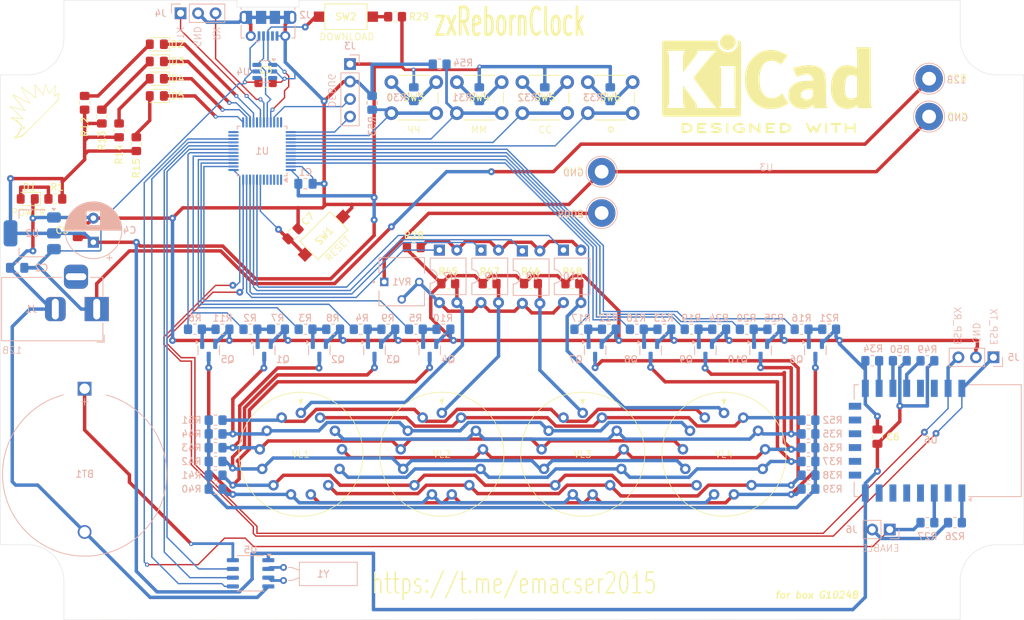
<source format=kicad_pcb>
(kicad_pcb (version 20241229) (generator "pcbnew") (generator_version "9.0")
  (layers (0 "F.Cu" signal) (2 "B.Cu" signal) (13 "F.Paste" user) (15 "B.Paste" user) (5 "F.SilkS" user "F.Silkscreen") (7 "B.SilkS" user "B.Silkscreen") (1 "F.Mask" user) (3 "B.Mask" user) (25 "Edge.Cuts" user))
  (net 0 "")
  (net 1 "GND")
  (net 2 "Net-(BT1-+)")
  (net 3 "/VCC")
  (net 4 "/12V")
  (net 5 "/RST")
  (net 6 "Net-(D1-A)")
  (net 7 "Net-(D2-A)")
  (net 8 "/L_RED")
  (net 9 "Net-(D3-A)")
  (net 10 "/L_YELLOW")
  (net 11 "Net-(D4-A)")
  (net 12 "/L_GREEN")
  (net 13 "/L_BLUE")
  (net 14 "Net-(D5-A)")
  (net 15 "/200V")
  (net 16 "/UDM")
  (net 17 "/DOWNLOAD")
  (net 19 "/DCK")
  (net 20 "/DIO")
  (net 21 "/TX")
  (net 22 "/RX")
  (net 23 "/ESP_TX")
  (net 24 "/ESP_RX")
  (net 25 "/ESP_EN")
  (net 26 "Net-(Q1-B)")
  (net 27 "/1")
  (net 28 "/2")
  (net 29 "Net-(Q2-B)")
  (net 30 "/3")
  (net 31 "Net-(Q3-B)")
  (net 32 "Net-(Q4-B)")
  (net 33 "/4")
  (net 34 "Net-(Q5-B)")
  (net 35 "/5")
  (net 36 "/6")
  (net 37 "Net-(Q6-B)")
  (net 38 "Net-(Q7-B)")
  (net 39 "/7")
  (net 40 "Net-(Q8-B)")
  (net 41 "/8")
  (net 42 "Net-(Q9-B)")
  (net 43 "/9")
  (net 44 "Net-(Q10-B)")
  (net 45 "/0")
  (net 46 "/K1")
  (net 47 "/K2")
  (net 48 "/K3")
  (net 49 "/K4")
  (net 50 "/K5")
  (net 51 "/K6")
  (net 52 "/K7")
  (net 53 "/K8")
  (net 54 "/K9")
  (net 55 "/K0")
  (net 56 "Net-(U6-~{RST})")
  (net 57 "Net-(U6-EN)")
  (net 58 "Net-(R28-Pad1)")
  (net 59 "Net-(R29-Pad2)")
  (net 60 "Net-(R30-Pad2)")
  (net 61 "Net-(R31-Pad2)")
  (net 62 "Net-(R32-Pad2)")
  (net 63 "Net-(R33-Pad2)")
  (net 64 "Net-(U6-GPIO15)")
  (net 65 "Net-(R35-Pad2)")
  (net 66 "/A1")
  (net 67 "/A2")
  (net 68 "/A3")
  (net 69 "/A4")
  (net 70 "Net-(U6-GPIO0)")
  (net 71 "Net-(U6-GPIO2)")
  (net 72 "Net-(RV1-Pad2)")
  (net 73 "/B_HH")
  (net 74 "/B_MM")
  (net 75 "/B_SS")
  (net 76 "/B_F")
  (net 78 "/SA3")
  (net 80 "/DS_CLK")
  (net 83 "/DS_CE")
  (net 84 "/SA1")
  (net 85 "/DS_IO")
  (net 87 "/SA4")
  (net 88 "/SA2")
  (net 89 "Net-(U5-X2)")
  (net 90 "Net-(U5-X1)")
  (net 104 "/x2")
  (net 105 "/x13")
  (footprint "Resistor_SMD:R_0805_2012Metric_Pad1.20x1.40mm_HandSolder" (layer "F.Cu") (at 47.5 99 90)
    (property "Reference" "R14")
    (property "Value" "1,0K" (hide yes))
  )
  (footprint "Library:ИН-14" (layer "F.Cu") (at 94.32 157.022 180)
    (property "Reference" "VL2")
    (property "Value" "ИН-14" (hide yes))
  )
  (footprint "Capacitor_SMD:C_0805_2012Metric_Pad1.18x1.45mm_HandSolder" (layer "F.Cu") (at 41.5 113.4625 90)
    (property "Reference" "C5")
    (property "Value" "0.1uF" (hide yes))
  )
  (footprint "Resistor_SMD:R_0805_2012Metric_Pad1.20x1.40mm_HandSolder" (layer "F.Cu") (at 38.25 108.95 180)
    (property "Reference" "R1")
    (property "Value" "1,0K" (hide yes))
  )
  (footprint "Button_Switch_THT:SW_PUSH_6mm_H9.5mm" (layer "F.Cu") (at 96.5 92)
    (property "Reference" "SW4")
    (property "Value" "MM" (hide yes))
  )
  (footprint "Button_Switch_THT:SW_PUSH_6mm_H9.5mm" (layer "F.Cu") (at 115.5 92)
    (property "Reference" "SW6")
    (property "Value" "F" (hide yes))
  )
  (footprint "Resistor_SMD:R_0805_2012Metric_Pad1.20x1.40mm_HandSolder" (layer "F.Cu") (at 50 101 90)
    (property "Reference" "R15")
    (property "Value" "1,0K" (hide yes))
  )
  (footprint "Capacitor_SMD:C_0805_2012Metric_Pad1.18x1.45mm_HandSolder" (layer "F.Cu") (at 68.75 92)
    (property "Reference" "C3")
    (property "Value" "0,1uF" (hide yes))
  )
  (footprint "Symbol:KiCad-Logo2_12mm_SilkScreen" (layer "F.Cu") (at 141.5 91)
    (property "Reference" "REF**" (hide yes))
    (property "Value" "KiCad-Logo2_12mm_SilkScreen" (hide yes))
  )
  (footprint "Resistor_SMD:R_0805_2012Metric_Pad1.20x1.40mm_HandSolder" (layer "F.Cu") (at 107.25 121.25 180)
    (property "Reference" "R46")
    (property "Value" "470K" (hide yes))
  )
  (footprint "Library:ИН-14" (layer "F.Cu") (at 73.87 157.022 180)
    (property "Reference" "VL1")
    (property "Value" "ИН-14" (hide yes))
  )
  (footprint "LED_SMD:LED_0805_2012Metric_Pad1.15x1.40mm_HandSolder" (layer "F.Cu") (at 34.25 108.95 180)
    (property "Reference" "D1")
    (property "Value" "white" (hide yes))
  )
  (footprint "Library:logo" (layer "F.Cu") (at 34.274675 95.302562 45)
    (property "Reference" "G***" (hide yes))
    (property "Value" "LOGO" (hide yes))
  )
  (footprint "Resistor_SMD:R_0805_2012Metric_Pad1.20x1.40mm_HandSolder" (layer "F.Cu") (at 42.5 95 90)
    (property "Reference" "R12")
    (property "Value" "1,0K" (hide yes))
  )
  (footprint "Resistor_SMD:R_0805_2012Metric_Pad1.20x1.40mm_HandSolder" (layer "F.Cu") (at 90.25 116 180)
    (property "Reference" "R28")
    (property "Value" "220" (hide yes))
  )
  (footprint "MountingHole:MountingHole_3.2mm_M3" (layer "F.Cu") (at 165.9 83.65)
    (property "Reference" "H27" (hide yes))
    (property "Value" "MountingHole" (hide yes))
  )
  (footprint "Button_Switch_SMD:SW_SPST_CK_RS282G05A3" (layer "F.Cu") (at 80.4 82.5 180)
    (property "Reference" "SW2")
    (property "Value" "D" (hide yes))
  )
  (footprint "Resistor_SMD:R_0805_2012Metric_Pad1.20x1.40mm_HandSolder" (layer "F.Cu") (at 87.531 82.5 180)
    (property "Reference" "R29")
    (property "Value" "4,7K" (hide yes))
  )
  (footprint "Resistor_SMD:R_0805_2012Metric_Pad1.20x1.40mm_HandSolder" (layer "F.Cu") (at 101.25 121.25 180)
    (property "Reference" "R47")
    (property "Value" "470K" (hide yes))
  )
  (footprint "LED_SMD:LED_0805_2012Metric_Pad1.15x1.40mm_HandSolder" (layer "F.Cu") (at 52.975 86.5 180)
    (property "Reference" "D2")
    (property "Value" "red" (hide yes))
  )
  (footprint "Button_Switch_THT:SW_PUSH_6mm_H9.5mm" (layer "F.Cu") (at 106 92)
    (property "Reference" "SW5")
    (property "Value" "SS" (hide yes))
  )
  (footprint "Button_Switch_THT:SW_PUSH_6mm_H9.5mm" (layer "F.Cu") (at 87 92)
    (property "Reference" "SW3")
    (property "Value" "HH" (hide yes))
  )
  (footprint "LED_SMD:LED_0805_2012Metric_Pad1.15x1.40mm_HandSolder" (layer "F.Cu") (at 52.975 89 180)
    (property "Reference" "D3")
    (property "Value" "yellow" (hide yes))
  )
  (footprint "Resistor_SMD:R_0805_2012Metric_Pad1.20x1.40mm_HandSolder" (layer "F.Cu") (at 45 97 90)
    (property "Reference" "R13")
    (property "Value" "1,0K" (hide yes))
  )
  (footprint "LED_SMD:LED_0805_2012Metric_Pad1.15x1.40mm_HandSolder" (layer "F.Cu") (at 52.975 91.5 180)
    (property "Reference" "D4")
    (property "Value" "green" (hide yes))
  )
  (footprint "LED_SMD:LED_0805_2012Metric_Pad1.15x1.40mm_HandSolder" (layer "F.Cu") (at 52.975 94 180)
    (property "Reference" "D5")
    (property "Value" "blue" (hide yes))
  )
  (footprint "MountingHole:MountingHole_3.2mm_M3" (layer "F.Cu") (at 43.15 83.65)
    (property "Reference" "H24" (hide yes))
    (property "Value" "MountingHole" (hide yes))
  )
  (footprint "MountingHole:MountingHole_3.2mm_M3" (layer "F.Cu") (at 165.9 166.4)
    (property "Reference" "H26" (hide yes))
    (property "Value" "MountingHole" (hide yes))
  )
  (footprint "MountingHole:MountingHole_3.2mm_M3" (layer "F.Cu") (at 43.15 166.4)
    (property "Reference" "H25" (hide yes))
    (property "Value" "MountingHole" (hide yes))
  )
  (footprint "Capacitor_SMD:C_0805_2012Metric_Pad1.18x1.45mm_HandSolder" (layer "F.Cu") (at 157.5 143.4625 -90)
    (property "Reference" "C6")
    (property "Value" "0,1uF" (hide yes))
  )
  (footprint "Library:ИН-14" (layer "F.Cu") (at 135.25 157.022 180)
    (property "Reference" "VL4")
    (property "Value" "ИН-14" (hide yes))
  )
  (footprint "Library:ИН-14" (layer "F.Cu") (at 114.75 157.022 180)
    (property "Reference" "VL3")
    (property "Value" "ИН-14" (hide yes))
  )
  (footprint "Capacitor_SMD:C_0805_2012Metric_Pad1.18x1.45mm_HandSolder" (layer "F.Cu") (at 72.733623 114.016377 45)
    (property "Reference" "C7")
    (property "Value" "0,1uF" (hide yes))
  )
  (footprint "Resistor_SMD:R_0805_2012Metric_Pad1.20x1.40mm_HandSolder" (layer "F.Cu") (at 113.25 121.25 180)
    (property "Reference" "R48")
    (property "Value" "470K" (hide yes))
  )
  (footprint "Resistor_SMD:R_0805_2012Metric_Pad1.20x1.40mm_HandSolder" (layer "F.Cu") (at 95.25 121.25 180)
    (property "Reference" "R45")
    (property "Value" "470K" (hide yes))
  )
  (footprint "Button_Switch_SMD:SW_SPST_CK_RS282G05A3" (layer "F.Cu") (at 77.217246 114.282754 45)
    (property "Reference" "SW1")
    (property "Value" "RESET" (hide yes))
  )
  (footprint "Resistor_SMD:R_0805_2012Metric_Pad1.20x1.40mm_HandSolder" (layer "B.Cu") (at 156.75 132.45)
    (property "Reference" "R34")
    (property "Value" "10K" (hide yes))
  )
  (footprint "Resistor_SMD:R_0805_2012Metric_Pad1.20x1.40mm_HandSolder" (layer "B.Cu") (at 70.55 127.875 180)
    (property "Reference" "R7")
    (property "Value" "47K" (hide yes))
  )
  (footprint "Package_TO_SOT_SMD:SOT-23" (layer "B.Cu") (at 148.5 130.9375 -90)
    (property "Reference" "Q6")
    (property "Value" "MMBTA42" (hide yes))
  )
  (footprint "Resistor_SMD:R_0805_2012Metric_Pad1.20x1.40mm_HandSolder" (layer "B.Cu") (at 147.5 151.072)
    (property "Reference" "R39")
    (property "Value" "470K" (hide yes))
  )
  (footprint "Package_TO_SOT_SMD:SOT-23" (layer "B.Cu") (at 60.5 130.9375 -90)
    (property "Reference" "Q5")
    (property "Value" "MMBTA42" (hide yes))
  )
  (footprint "Package_DIP:DIP-4_W7.62mm" (layer "B.Cu") (at 93.96 116.38 -90)
    (property "Reference" "U7")
    (property "Value" "TLP627" (hide yes))
  )
  (footprint "Resistor_SMD:R_0805_2012Metric_Pad1.20x1.40mm_HandSolder" (layer "B.Cu") (at 138.55 127.875)
    (property "Reference" "R20")
    (property "Value" "4,7K" (hide yes))
  )
  (footprint "Crystal:Crystal_C38-LF_D3.0mm_L8.0mm_Horizontal" (layer "B.Cu") (at 71.35 162.45 -90)
    (property "Reference" "Y1")
    (property "Value" "32768" (hide yes))
  )
  (footprint "Package_TO_SOT_SMD:SOT-23" (layer "B.Cu") (at 132.55 130.9375 -90)
    (property "Reference" "Q9")
    (property "Value" "MMBTA42" (hide yes))
  )
  (footprint "Resistor_SMD:R_0805_2012Metric_Pad1.20x1.40mm_HandSolder" (layer "B.Cu") (at 114.55 127.875)
    (property "Reference" "R17")
    (property "Value" "4,7K" (hide yes))
  )
  (footprint "Resistor_SMD:R_0805_2012Metric_Pad1.20x1.40mm_HandSolder" (layer "B.Cu") (at 147.5 143.072)
    (property "Reference" "R35")
    (property "Value" "470K" (hide yes))
  )
  (footprint "Package_DIP:DIP-4_W7.62mm" (layer "B.Cu") (at 100 116.38 -90)
    (property "Reference" "U9")
    (property "Value" "TLP627" (hide yes))
  )
  (footprint "Package_TO_SOT_SMD:SOT-23" (layer "B.Cu") (at 68.55 130.9375 -90)
    (property "Reference" "Q1")
    (property "Value" "MMBTA42" (hide yes))
  )
  (footprint "Resistor_SMD:R_0805_2012Metric_Pad1.20x1.40mm_HandSolder" (layer "B.Cu") (at 61.5 151.072 180)
    (property "Reference" "R40")
    (property "Value" "470K" (hide yes))
  )
  (footprint "Resistor_SMD:R_0805_2012Metric_Pad1.20x1.40mm_HandSolder" (layer "B.Cu") (at 142.55 127.875 180)
    (property "Reference" "R25")
    (property "Value" "47K" (hide yes))
  )
  (footprint "Resistor_SMD:R_0805_2012Metric_Pad1.20x1.40mm_HandSolder" (layer "B.Cu") (at 147.5 149.072)
    (property "Reference" "R38")
    (property "Value" "470K" (hide yes))
  )
  (footprint "Resistor_SMD:R_0805_2012Metric_Pad1.20x1.40mm_HandSolder" (layer "B.Cu") (at 168.75 155.95 180)
    (property "Reference" "R26")
    (property "Value" "10K" (hide yes))
  )
  (footprint "Battery:BatteryHolder_MYOUNG_BS-07-A1BJ001_CR2032" (layer "B.Cu") (at 42.5 136.5 -90)
    (property "Reference" "BT1")
    (property "Value" "Держатель CR2032")
  )
  (footprint "Resistor_SMD:R_0805_2012Metric_Pad1.20x1.40mm_HandSolder" (layer "B.Cu") (at 86.55 127.875 180)
    (property "Reference" "R9")
    (property "Value" "47K" (hide yes))
  )
  (footprint "Resistor_SMD:R_0805_2012Metric_Pad1.20x1.40mm_HandSolder" (layer "B.Cu") (at 61.5 143.072 180)
    (property "Reference" "R44")
    (property "Value" "470K" (hide yes))
  )
  (footprint "Library:12v_200v" (layer "B.Cu") (at 141.40165 127.099175)
    (property "Reference" "U3")
    (property "Value" "12V->200V")
  )
  (footprint "Connector_BarrelJack:BarrelJack_Horizontal" (layer "B.Cu") (at 44.25 124.95)
    (property "Reference" "J1")
    (property "Value" "Jack DC" (hide yes))
  )
  (footprint "Package_TO_SOT_SMD:SOT-23" (layer "B.Cu") (at 124.6 130.9375 -90)
    (property "Reference" "Q8")
    (property "Value" "MMBTA42" (hide yes))
  )
  (footprint "Resistor_SMD:R_0805_2012Metric_Pad1.20x1.40mm_HandSolder" (layer "B.Cu") (at 58.5 127.875)
    (property "Reference" "R6")
    (property "Value" "4,7K" (hide yes))
  )
  (footprint "Resistor_SMD:R_0805_2012Metric_Pad1.20x1.40mm_HandSolder" (layer "B.Cu") (at 61.5 145.072 180)
    (property "Reference" "R43")
    (property "Value" "470K" (hide yes))
  )
  (footprint "Resistor_SMD:R_0805_2012Metric_Pad1.20x1.40mm_HandSolder" (layer "B.Cu") (at 90.55 127.875)
    (property "Reference" "R5")
    (property "Value" "4,7K" (hide yes))
  )
  (footprint "Resistor_SMD:R_0805_2012Metric_Pad1.20x1.40mm_HandSolder" (layer "B.Cu") (at 147.5 145.072)
    (property "Reference" "R36")
    (property "Value" "470K" (hide yes))
  )
  (footprint "Resistor_SMD:R_0805_2012Metric_Pad1.20x1.40mm_HandSolder" (layer "B.Cu") (at 164.75 132.45 180)
    (property "Reference" "R49")
    (property "Value" "10K" (hide yes))
  )
  (footprint "Resistor_SMD:R_0805_2012Metric_Pad1.20x1.40mm_HandSolder" (layer "B.Cu") (at 150.5 127.875 180)
    (property "Reference" "R21")
    (property "Value" "47K" (hide yes))
  )
  (footprint "TestPoint:TestPoint_THTPad_D4.0mm_Drill2.0mm" (layer "B.Cu") (at 165 97 180)
    (property "Reference" "H2" (hide yes))
    (property "Value" "MountingHole_Pad" (hide yes))
  )
  (footprint "Package_TO_SOT_SMD:SOT-23" (layer "B.Cu") (at 92.55 130.9375 -90)
    (property "Reference" "Q4")
    (property "Value" "MMBTA42" (hide yes))
  )
  (footprint "Connector_PinHeader_2.54mm:PinHeader_1x03_P2.54mm_Vertical" (layer "B.Cu") (at 174.33 131.95 90)
    (property "Reference" "J5")
    (property "Value" "Гребёнка 1x3x2.54" (hide yes))
  )
  (footprint "Resistor_SMD:R_0805_2012Metric_Pad1.20x1.40mm_HandSolder" (layer "B.Cu") (at 160.75 132.45 180)
    (property "Reference" "R50")
    (property "Value" "10K" (hide yes))
  )
  (footprint "Connector_PinHeader_2.54mm:PinHeader_1x04_P2.54mm_Vertical" (layer "B.Cu") (at 81 89.38 180)
    (property "Reference" "J3")
    (property "Value" "Гребёнка 1x4x2.54" (hide yes))
  )
  (footprint "Resistor_SMD:R_0805_2012Metric_Pad1.20x1.40mm_HandSolder" (layer "B.Cu") (at 146.5 127.875)
    (property "Reference" "R16")
    (property "Value" "4,7K" (hide yes))
  )
  (footprint "Connector_USB:USB_Micro-B_Molex-105017-0001" (layer "B.Cu") (at 69.1 83.8375)
    (property "Reference" "J2")
    (property "Value" "MicroUSB type B розетка" (hide yes))
  )
  (footprint "Resistor_SMD:R_0805_2012Metric_Pad1.20x1.40mm_HandSolder" (layer "B.Cu") (at 99.75 93.75 -90)
    (property "Reference" "R31")
    (property "Value" "4,7K" (hide yes))
  )
  (footprint "Resistor_SMD:R_0805_2012Metric_Pad1.20x1.40mm_HandSolder" (layer "B.Cu") (at 118.55 127.875 180)
    (property "Reference" "R22")
    (property "Value" "47K" (hide yes))
  )
  (footprint "Resistor_SMD:R_0805_2012Metric_Pad1.20x1.40mm_HandSolder" (layer "B.Cu") (at 90.25 93.75 -90)
    (property "Reference" "R30")
    (property "Value" "4,7K" (hide yes))
  )
  (footprint "Resistor_SMD:R_0805_2012Metric_Pad1.20x1.40mm_HandSolder" (layer "B.Cu") (at 62.5 127.875 180)
    (property "Reference" "R11")
    (property "Value" "47K" (hide yes))
  )
  (footprint "Resistor_SMD:R_0805_2012Metric_Pad1.20x1.40mm_HandSolder" (layer "B.Cu") (at 126.6 127.875 180)
    (property "Reference" "R23")
    (property "Value" "47K" (hide yes))
  )
  (footprint "Package_DIP:DIP-4_W7.62mm" (layer "B.Cu") (at 111.96 116.38 -90)
    (property "Reference" "U10")
    (property "Value" "TLP627" (hide yes))
  )
  (footprint "Resistor_SMD:R_0805_2012Metric_Pad1.20x1.40mm_HandSolder" (layer "B.Cu") (at 74.55 127.875)
    (property "Reference" "R3")
    (property "Value" "4,7K" (hide yes))
  )
  (footprint "Resistor_SMD:R_0805_2012Metric_Pad1.20x1.40mm_HandSolder" (layer "B.Cu") (at 61.5 147.072 180)
    (property "Reference" "R42")
    (property "Value" "470K" (hide yes))
  )
  (footprint "Package_TO_SOT_SMD:SOT-223-3_TabPin2" (layer "B.Cu") (at 34.9 113.95 180)
    (property "Reference" "U2")
    (property "Value" "AMS1117-3.3" (hide yes))
  )
  (footprint "Capacitor_SMD:C_0805_2012Metric_Pad1.18x1.45mm_HandSolder" (layer "B.Cu") (at 32.7125 118.95 180)
    (property "Reference" "C2")
    (property "Value" "0.1uF" (hide yes))
  )
  (footprint "Resistor_SMD:R_0805_2012Metric_Pad1.20x1.40mm_HandSolder" (layer "B.Cu") (at 109.25 93.75 -90)
    (property "Reference" "R32")
    (property "Value" "4,7K" (hide yes))
  )
  (footprint "Package_TO_SOT_SMD:SOT-23-6" (layer "B.Cu") (at 68.6375 90.45 180)
    (property "Reference" "U4")
    (property "Value" "USBLC6-4SC6" (hide yes))
  )
  (footprint "Resistor_SMD:R_0805_2012Metric_Pad1.20x1.40mm_HandSolder" (layer "B.Cu") (at 94 89.4 180)
    (property "Reference" "R54")
    (property "Value" "47K" (hide yes))
  )
  (footprint "Resistor_SMD:R_0805_2012Metric_Pad1.20x1.40mm_HandSolder" (layer "B.Cu") (at 130.55 127.875)
    (property "Reference" "R19")
    (property "Value" "4,7K" (hide yes))
  )
  (footprint "Package_DIP:DIP-4_W7.62mm" (layer "B.Cu") (at 106 116.5 -90)
    (property "Reference" "U8")
    (property "Value" "TLP627" (hide yes))
  )
  (footprint "Resistor_SMD:R_0805_2012Metric_Pad1.20x1.40mm_HandSolder" (layer "B.Cu") (at 147.5 141.072)
    (property "Reference" "R52")
    (property "Value" "470K" (hide yes))
  )
  (footprint "TestPoint:TestPoint_THTPad_D4.0mm_Drill2.0mm" (layer "B.Cu") (at 117.5 105)
    (property "Reference" "H4" (hide yes))
    (property "Value" "MountingHole_Pad" (hide yes))
  )
  (footprint "Package_TO_SOT_SMD:SOT-23" (layer "B.Cu") (at 84.55 130.9375 -90)
    (property "Reference" "Q3")
    (property "Value" "MMBTA42" (hide yes))
  )
  (footprint "Resistor_SMD:R_0805_2012Metric_Pad1.20x1.40mm_HandSolder" (layer "B.Cu") (at 164.75 155.95 180)
    (property "Reference" "R27")
    (property "Value" "10K" (hide yes))
  )
  (footprint "Resistor_SMD:R_0805_2012Metric_Pad1.20x1.40mm_HandSolder" (layer "B.Cu") (at 134.55 127.875 180)
    (property "Reference" "R24")
    (property "Value" "47K" (hide yes))
  )
  (footprint "Resistor_SMD:R_0805_2012Metric_Pad1.20x1.40mm_HandSolder" (layer "B.Cu") (at 66.55 127.875)
    (property "Reference" "R2")
    (property "Value" "4,7K" (hide yes))
  )
  (footprint "Resistor_SMD:R_0805_2012Metric_Pad1.20x1.40mm_HandSolder" (layer "B.Cu") (at 118.75 93.75 -90)
    (property "Reference" "R33")
    (property "Value" "4,7K" (hide yes))
  )
  (footprint "TestPoint:TestPoint_THTPad_D4.0mm_Drill2.0mm" (layer "B.Cu") (at 165 91.5 180)
    (property "Reference" "H1" (hide yes))
    (property "Value" "MountingHole_Pad" (hide yes))
  )
  (footprint "Resistor_SMD:R_0805_2012Metric_Pad1.20x1.40mm_HandSolder" (layer "B.Cu") (at 122.6 127.875)
    (property "Reference" "R18")
    (property "Value" "4,7K" (hide yes))
  )
  (footprint "Resistor_SMD:R_0805_2012Metric_Pad1.20x1.40mm_HandSolder" (layer "B.Cu") (at 94.55 127.875 180)
    (property "Reference" "R10")
    (property "Value" "47K" (hide yes))
  )
  (footprint "Package_TO_SOT_SMD:SOT-23" (layer "B.Cu") (at 76.55 130.9375 -90)
    (property "Reference" "Q2")
    (property "Value" "MMBTA42" (hide yes))
  )
  (footprint "TestPoint:TestPoint_THTPad_D4.0mm_Drill2.0mm" (layer "B.Cu") (at 117.5 111)
    (property "Reference" "H3" (hide yes))
    (property "Value" "MountingHole_Pad" (hide yes))
  )
  (footprint "Resistor_SMD:R_0805_2012Metric_Pad1.20x1.40mm_HandSolder" (layer "B.Cu") (at 82.55 127.875)
    (property "Reference" "R4")
    (property "Value" "4,7K" (hide yes))
  )
  (footprint "Resistor_SMD:R_0805_2012Metric_Pad1.20x1.40mm_HandSolder" (layer "B.Cu") (at 61.5 141.072 180)
    (property "Reference" "R51")
    (property "Value" "470K" (hide yes))
  )
  (footprint "Capacitor_SMD:C_0805_2012Metric_Pad1.18x1.45mm_HandSolder" (layer "B.Cu") (at 74.5375 106.75 180)
    (property "Reference" "C1")
    (property "Value" "0,1uF" (hide yes))
  )
  (footprint "Package_QFP:LQFP-48_7x7mm_P0.5mm" (layer "B.Cu") (at 68.25 102 90)
    (property "Reference" "U1")
    (property "Value" "CH32X035C8T6")
  )
  (footprint "Package_TO_SOT_SMD:SOT-23" (layer "B.Cu") (at 140.55 130.9375 -90)
    (property "Reference" "Q10")
    (property "Value" "MMBTA42" (hide yes))
  )
  (footprint "RF_Module:ESP-12E" (layer "B.Cu") (at 166.25 144.05 90)
    (property "Reference" "U6")
    (property "Value" "ESP-12F" (hide yes))
  )
  (footprint "Connector_PinHeader_2.54mm:PinHeader_1x02_P2.54mm_Vertical" (layer "B.Cu") (at 159.29 156.95 90)
    (property "Reference" "J6")
    (property "Value" "Гребёнка 1x2x2.54" (hide yes))
  )
  (footprint "Capacitor_THT:CP_Radial_D8.0mm_P3.50mm" (layer "B.Cu") (at 43.7675 115.246 90)
    (property "Reference" "C4")
    (property "Value" "1000uF" (hide yes))
  )
  (footprint "Connector_PinHeader_2.54mm:PinHeader_1x03_P2.54mm_Vertical" (layer "B.Cu") (at 56.42 82 -90)
    (property "Reference" "J4")
    (property "Value" "Гребёнка 1x3x2.54" (hide yes))
  )
  (footprint "Package_SO:SO-8_3.9x4.9mm_P1.27mm" (layer "B.Cu") (at 66.575 163.305 180)
    (property "Reference" "U5")
    (property "Value" "DS1302" (hide yes))
  )
  (footprint "Resistor_SMD:R_0805_2012Metric_Pad1.20x1.40mm_HandSolder" (layer "B.Cu") (at 147.5 147.072)
    (property "Reference" "R37")
    (property "Value" "470K" (hide yes))
  )
  (footprint "Resistor_SMD:R_0805_2012Metric_Pad1.20x1.40mm_HandSolder" (layer "B.Cu") (at 78.55 127.875 180)
    (property "Reference" "R8")
    (property "Value" "47K" (hide yes))
  )
  (footprint "Library:TRIM_3362P-1-103" (layer "B.Cu") (at 88.5 121)
    (property "Reference" "RV1")
    (property "Value" "50K 3362P" (hide yes))
  )
  (footprint "Resistor_SMD:R_0805_2012Metric_Pad1.20x1.40mm_HandSolder" (layer "B.Cu") (at 84.2 95 90)
    (property "Reference" "R53")
    (property "Value" "47K" (hide yes))
  )
  (footprint "Resistor_SMD:R_0805_2012Metric_Pad1.20x1.40mm_HandSolder" (layer "B.Cu") (at 61.5 149.072 180)
    (property "Reference" "R41")
    (property "Value" "470K" (hide yes))
  )
  (footprint "Package_TO_SOT_SMD:SOT-23" (layer "B.Cu") (at 116.55 130.9375 -90)
    (property "Reference" "Q7")
    (property "Value" "MMBTA42" (hide yes))
  )
  (gr_line (start 64.6 81.1) (end 64.6 80.1) (stroke (width 0.05)) (layer "Edge.Cuts"))
  (gr_line (start 169.5 80.1) (end 73.6 80.1) (stroke (width 0.05)) (layer "Edge.Cuts"))
  (gr_arc (start 174.8 90.95) (mid 171.052334 89.397666) (end 169.5 85.65) (stroke (width 0.05)) (layer "Edge.Cuts"))
  (gr_line (start 39.5 80.1) (end 64.6 80.1) (stroke (width 0.05)) (layer "Edge.Cuts"))
  (gr_arc (start 39.5 85.65) (mid 37.947666 89.397666) (end 34.2 90.95) (stroke (width 0.05)) (layer "Edge.Cuts"))
  (gr_line (start 178.75 159.15) (end 174.8 159.15) (stroke (width 0.05)) (layer "Edge.Cuts"))
  (gr_line (start 30.25 159.15) (end 34.2 159.15) (stroke (width 0.05)) (layer "Edge.Cuts"))
  (gr_line (start 169.5 85.65) (end 169.5 80.1) (stroke (width 0.05)) (layer "Edge.Cuts"))
  (gr_line (start 39.5 170.05) (end 169.5 170) (stroke (width 0.05)) (layer "Edge.Cuts"))
  (gr_line (start 169.5 164.45) (end 169.5 170) (stroke (width 0.05)) (layer "Edge.Cuts"))
  (gr_line (start 30.25 90.95) (end 34.15 90.95) (stroke (width 0.05)) (layer "Edge.Cuts"))
  (gr_line (start 30.25 90.95) (end 30.25 159.15) (stroke (width 0.05)) (layer "Edge.Cuts"))
  (gr_line (start 73.6 81.1) (end 73.6 80.1) (stroke (width 0.05)) (layer "Edge.Cuts"))
  (gr_arc (start 169.5 164.45) (mid 171.052334 160.702334) (end 174.8 159.15) (stroke (width 0.05)) (layer "Edge.Cuts"))
  (gr_arc (start 34.2 159.15) (mid 37.947666 160.702334) (end 39.5 164.45) (stroke (width 0.05)) (layer "Edge.Cuts"))
  (gr_line (start 178.75 90.95) (end 174.8 90.95) (stroke (width 0.05)) (layer "Edge.Cuts"))
  (gr_line (start 39.5 85.65) (end 39.5 80.1) (stroke (width 0.05)) (layer "Edge.Cuts"))
  (gr_line (start 64.6 81.1) (end 73.6 81.1) (stroke (width 0.05)) (layer "Edge.Cuts"))
  (gr_line (start 39.5 164.45) (end 39.5 170.05) (stroke (width 0.05)) (layer "Edge.Cuts"))
  (gr_line (start 178.75 90.95) (end 178.75 159.15) (stroke (width 0.05)) (layer "Edge.Cuts"))
  (gr_line (start 34.15 90.95) (end 34.2 90.95) (stroke (width 0.05)) (layer "Edge.Cuts"))
  (gr_text "ММ" (at 98.5 99.5 0) (layer "F.SilkS") (effects (font (size 1 1) (thickness 0.1)) (justify left bottom)))
  (gr_text "GND" (at 111.75 105.5 0) (layer "F.SilkS") (effects (font (size 1 1) (thickness 0.1)) (justify left bottom)))
  (gr_text "200В" (at 111 111.75 0) (layer "F.SilkS") (effects (font (size 1 1) (thickness 0.1)) (justify left bottom)))
  (gr_text "12В" (at 167.5 92 0) (layer "F.SilkS") (effects (font (size 1 1) (thickness 0.1)) (justify left bottom)))
  (gr_text "ЧЧ" (at 89.25 99.5 0) (layer "F.SilkS") (effects (font (size 1 1) (thickness 0.1)) (justify left bottom)))
  (gr_text "DOWNLOAD" (at 76.5 86 0) (layer "F.SilkS") (effects (font (size 1 1) (thickness 0.1)) (justify left bottom)))
  (gr_text "СС" (at 108.25 99.5 0) (layer "F.SilkS") (effects (font (size 1 1) (thickness 0.1)) (justify left bottom)))
  (gr_text "Ф" (at 118.25 99.5 0) (layer "F.SilkS") (effects (font (size 1 1) (thickness 0.1)) (justify left bottom)))
  (gr_text "POWER" (at 31.75 111.5 0) (layer "F.SilkS") (effects (font (size 1 1) (thickness 0.1)) (justify left bottom)))
  (gr_text "for box G1024B" (at 148.75 166.45 0) (layer "F.SilkS") (effects (font (size 1 1) (thickness 0.2) (bold yes) (italic yes))))
  (gr_text "GND" (at 167.5 97.5 0) (layer "F.SilkS") (effects (font (size 1 1) (thickness 0.1)) (justify left bottom)))
  (gr_text "RESET" (at 78 118.25 45) (layer "F.SilkS") (effects (font (size 1 1) (thickness 0.1)) (justify left bottom)))
  (gr_text "https://t.me/emacser2015" (at 84 166.5 0) (layer "F.SilkS") (effects (font (size 3 2) (thickness 0.2) (bold yes)) (justify left bottom)))
  (gr_text "zxRebornClock" (at 93 85.6 0) (layer "F.SilkS") (effects (font (size 4 2) (thickness 0.4) (bold yes)) (justify left bottom)))
  (gr_text "GND" (at 170.75 97.75 0) (layer "B.SilkS") (effects (font (size 1 1) (thickness 0.1)) (justify left bottom mirror)))
  (gr_text "TX" (at 55.75 85.75 270) (layer "B.SilkS") (effects (font (size 1 1) (thickness 0.1)) (justify left bottom mirror)))
  (gr_text "GND" (at 115 105.75 0) (layer "B.SilkS") (effects (font (size 1 1) (thickness 0.1)) (justify left bottom mirror)))
  (gr_text "GND" (at 171.25 130 270) (layer "B.SilkS") (effects (font (size 1 1) (thickness 0.1)) (justify left bottom mirror)))
  (gr_text "DEBUG" (at 77.75 95.75 270) (layer "B.SilkS") (effects (font (size 1 1) (thickness 0.1)) (justify left bottom mirror)))
  (gr_text "ESP_RX" (at 168.5 130.25 270) (layer "B.SilkS") (effects (font (size 1 1) (thickness 0.1)) (justify left bottom mirror)))
  (gr_text "ENABLE" (at 160.75 160.25 0) (layer "B.SilkS") (effects (font (size 1 1) (thickness 0.1)) (justify left bottom mirror)))
  (gr_text "12В" (at 170.5 92.25 0) (layer "B.SilkS") (effects (font (size 1 1) (thickness 0.1)) (justify left bottom mirror)))
  (gr_text "200В" (at 115 111.75 0) (layer "B.SilkS") (effects (font (size 1 1) (thickness 0.1)) (justify left bottom mirror)))
  (gr_text "RX" (at 61 86 270) (layer "B.SilkS") (effects (font (size 1 1) (thickness 0.1)) (justify left bottom mirror)))
  (gr_text "ESP_TX" (at 173.75 130.25 270) (layer "B.SilkS") (effects (font (size 1 1) (thickness 0.1)) (justify left bottom mirror)))
  (gr_text "12В" (at 33.5 131.5 0) (layer "B.SilkS") (effects (font (size 1 1) (thickness 0.1)) (justify left bottom mirror)))
  (gr_text "GND" (at 58.25 87 270) (layer "B.SilkS") (effects (font (size 1 1) (thickness 0.1)) (justify left bottom mirror)))
  (segment (start 112.25 121.25) (end 111.1 120.1) (width 0.5) (layer "F.Cu") (net 1))
  (segment (start 81.25 110.25) (end 81.25 109.75) (width 0.5) (layer "F.Cu") (net 1))
  (segment (start 112.75 109.75) (end 81.25 109.75) (width 0.5) (layer "F.Cu") (net 1))
  (segment (start 117.5 105) (end 112.75 109.75) (width 0.5) (layer "F.Cu") (net 1))
  (segment (start 101.4 120.1) (end 100.25 121.25) (width 0.5) (layer "F.Cu") (net 1))
  (segment (start 63.5 129.5) (end 72 129.5) (width 0.5) (layer "F.Cu") (net 1))
  (segment (start 92.71 122.79) (end 94.25 121.25) (width 0.5) (layer "F.Cu") (net 1))
  (segment (start 172 130.5) (end 171.79 130.71) (width 0.5) (layer "F.Cu") (net 1))
  (segment (start 69.7875 92) (end 71 92) (width 0.2) (layer "F.Cu") (net 1))
  (segment (start 120 125.203122) (end 114.896878 120.1) (width 0.5) (layer "F.Cu") (net 1))
  (segment (start 95.4 120.1) (end 94.25 121.25) (width 0.5) (layer "F.Cu") (net 1))
  (segment (start 100.25 121.25) (end 99.1 120.1) (width 0.5) (layer "F.Cu") (net 1))
  (segment (start 66.6 83.6) (end 65.6 82.6) (width 0.5) (layer "F.Cu") (net 1))
  (segment (start 43.7675 111.746) (end 55.25 111.746) (width 0.5) (layer "F.Cu") (net 1))
  (segment (start 171.79 130.71) (end 171.79 131.95) (width 0.5) (layer "F.Cu") (net 1))
  (segment (start 120 129.5) (end 120 125.203122) (width 0.5) (layer "F.Cu") (net 1))
  (segment (start 107.4 120.1) (end 106.25 121.25) (width 0.5) (layer "F.Cu") (net 1))
  (segment (start 106.25 121.25) (end 105.1 120.1) (width 0.5) (layer "F.Cu") (net 1))
  (segment (start 71 92) (end 71.5 91.5) (width 0.2) (layer "F.Cu") (net 1))
  (segment (start 81.25 109.75) (end 77.5 109.75) (width 0.5) (layer "F.Cu") (net 1))
  (segment (start 94.25 121.25) (end 89.25 116.25) (width 0.5) (layer "F.Cu") (net 1))
  (segment (start 81 91.92) (end 80.08 91.92) (width 0.5) (layer "F.Cu") (net 1))
  (segment (start 117.5 105) (end 157.35 105) (width 0.5) (layer "F.Cu") (net 1))
  (segment (start 128 129.5) (end 136 129.5) (width 0.5) (layer "F.Cu") (net 1))
  (segment (start 71.6 83.6) (end 72.6 82.6) (width 0.5) (layer "F.Cu") (net 1))
  (segment (start 120 129.5) (end 128 129.5) (width 0.5) (layer "F.Cu") (net 1))
  (segment (start 89.25 116.25) (end 89.25 116) (width 0.5) (layer "F.Cu") (net 1))
  (segment (start 73.467246 110.282754) (end 73.5 110.25) (width 0.5) (layer "F.Cu") (net 1))
  (segment (start 72 129.5) (end 80 129.5) (width 0.5) (layer "F.Cu") (net 1))
  (segment (start 73.5 110.25) (end 77 110.25) (width 0.5) (layer "F.Cu") (net 1))
  (segment (start 35 109.225) (end 35.275 108.95) (width 0.5) (layer "F.Cu") (net 1))
  (segment (start 55.25 129.5) (end 63.5 129.5) (width 0.5) (layer "F.Cu") (net 1))
  (segment (start 157.35 105) (end 165 97.35) (width 0.5) (layer "F.Cu") (net 1))
  (segment (start 96 129.5) (end 92.71 126.21) (width 0.5) (layer "F.Cu") (net 1))
  (segment (start 73.467246 113.282754) (end 73.467246 110.282754) (width 0.5) (layer "F.Cu") (net 1))
  (segment (start 157.5 142.425) (end 157.5 140.5) (width 0.5) (layer "F.Cu") (net 1))
  (segment (start 96 129.5) (end 98.5 129.5) (width 0.5) (layer "F.Cu") (net 1))
  (segment (start 98.5 129.5) (end 120 129.5) (width 0.5) (layer "F.Cu") (net 1))
  (segment (start 35 111.75) (end 35 109.225) (width 0.5) (layer "F.Cu") (net 1))
  (segment (start 71.6 85.3) (end 71.6 83.6) (width 0.5) (layer "F.Cu") (net 1))
  (segment (start 136 129.5) (end 144 129.5) (width 0.5) (layer "F.Cu") (net 1))
  (segment (start 92.71 126.21) (end 92.71 122.79) (width 0.5) (layer "F.Cu") (net 1))
  (segment (start 77.25 106.75) (end 77.25 94.75) (width 0.5) (layer "F.Cu") (net 1))
  (segment (start 80 129.5) (end 88 129.5) (width 0.5) (layer "F.Cu") (net 1))
  (segment (start 99.1 120.1) (end 95.4 120.1) (width 0.5) (layer "F.Cu") (net 1))
  (segment (start 56.746 110.25) (end 73.5 110.25) (width 0.5) (layer "F.Cu") (net 1))
  (segment (start 66.6 85.3) (end 66.6 83.6) (width 0.5) (layer "F.Cu") (net 1))
  (segment (start 88 129.5) (end 96 129.5) (width 0.5) (layer "F.Cu") (net 1))
  (segment (start 144 129.5) (end 152 129.5) (width 0.5) (layer "F.Cu") (net 1))
  (segment (start 55.25 111.746) (end 56.746 110.25) (width 0.5) (layer "F.Cu") (net 1))
  (segment (start 77 110.25) (end 77.25 110) (width 0.5) (layer "F.Cu") (net 1))
  (segment (start 43.0885 112.425) (end 43.7675 111.746) (width 0.5) (layer "F.Cu") (net 1))
  (segment (start 79.974962 111.525038) (end 81.25 110.25) (width 0.5) (layer "F.Cu") (net 1))
  (segment (start 111.1 120.1) (end 107.4 120.1) (width 0.5) (layer "F.Cu") (net 1))
  (segment (start 41.5 112.425) (end 43.0885 112.425) (width 0.5) (layer "F.Cu") (net 1))
  (segment (start 172 129.5) (end 172 130.5) (width 0.5) (layer "F.Cu") (net 1))
  (segment (start 152 129.5) (end 172 129.5) (width 0.5) (layer "F.Cu") (net 1))
  (segment (start 113.4 120.1) (end 112.25 121.25) (width 0.5) (layer "F.Cu") (net 1))
  (segment (start 35 116.5) (end 35 111.75) (width 0.5) (layer "F.Cu") (net 1))
  (segment (start 105.1 120.1) (end 101.4 120.1) (width 0.5) (layer "F.Cu") (net 1))
  (segment (start 77.25 110) (end 77.25 106.75) (width 0.5) (layer "F.Cu") (net 1))
  (segment (start 77.5 109.75) (end 77.25 110) (width 0.5) (layer "F.Cu") (net 1))
  (segment (start 114.896878 120.1) (end 113.4 120.1) (width 0.5) (layer "F.Cu") (net 1))
  (segment (start 80.08 91.92) (end 77.25 94.75) (width 0.5) (layer "F.Cu") (net 1))
  (via (at 72 129.5) (size 1) (drill 0.4) (layers "F.Cu" "B.Cu") (net 1))
  (via (at 96 129.5) (size 1) (drill 0.4) (layers "F.Cu" "B.Cu") (net 1))
  (via (at 71.5 91.5) (size 0.6) (drill 0.3) (layers "F.Cu" "B.Cu") (net 1))
  (via (at 120 129.5) (size 1) (drill 0.4) (layers "F.Cu" "B.Cu") (net 1))
  (via (at 77.25 106.75) (size 1) (drill 0.4) (layers "F.Cu" "B.Cu") (net 1))
  (via (at 35 116.5) (size 1) (drill 0.4) (layers "F.Cu" "B.Cu") (net 1))
  (via (at 55.25 111.746) (size 1) (drill 0.4) (layers "F.Cu" "B.Cu") (net 1))
  (via (at 128 129.5) (size 1) (drill 0.4) (layers "F.Cu" "B.Cu") (net 1))
  (via (at 55.25 129.5) (size 1) (drill 0.4) (layers "F.Cu" "B.Cu") (net 1))
  (via (at 157.5 140.5) (size 1) (drill 0.4) (layers "F.Cu" "B.Cu") (net 1))
  (via (at 80 129.5) (size 1) (drill 0.4) (layers "F.Cu" "B.Cu") (net 1))
  (via (at 35 111.75) (size 1) (drill 0.4) (layers "F.Cu" "B.Cu") (net 1))
  (via (at 77.25 94.75) (size 1) (drill 0.4) (layers "F.Cu" "B.Cu") (net 1))
  (via (at 63.5 129.5) (size 1) (drill 0.4) (layers "F.Cu" "B.Cu") (net 1))
  (via (at 88 129.5) (size 1) (drill 0.4) (layers "F.Cu" "B.Cu") (net 1))
  (via (at 144 129.5) (size 1) (drill 0.4) (layers "F.Cu" "B.Cu") (net 1))
  (via (at 136 129.5) (size 1) (drill 0.4) (layers "F.Cu" "B.Cu") (net 1))
  (via (at 152 129.5) (size 1) (drill 0.4) (layers "F.Cu" "B.Cu") (net 1))
  (segment (start 71.25 91.5) (end 71.5 91.5) (width 0.2) (layer "B.Cu") (net 1))
  (segment (start 70.2 90.45) (end 71.25 91.5) (width 0.2) (layer "B.Cu") (net 1))
  (segment (start 149.45 129.925) (end 151.5 127.875) (width 0.5) (layer "B.Cu") (net 1))
  (segment (start 73 90.5) (end 71.6 89.1) (width 0.5) (layer "B.Cu") (net 1))
  (segment (start 38.05 111.65) (end 43.6715 111.65) (width 0.5) (layer "B.Cu") (net 1))
  (segment (start 117.5 130) (end 117.5 129.925) (width 0.5) (layer "B.Cu") (net 1))
  (segment (start 87.55 127.875) (end 87.55 129.05) (width 0.5) (layer "B.Cu") (net 1))
  (segment (start 84.2 89.4) (end 93 89.4) (width 0.5) (layer "B.Cu") (net 1))
  (segment (start 70.1 82.6) (end 68.1 82.6) (width 0.5) (layer "B.Cu") (net 1))
  (segment (start 32.5 150.5) (end 35.7 150.5) (width 0.5) (layer "B.Cu") (net 1))
  (segment (start 32 150) (end 32.5 150.5) (width 0.5) (layer "B.Cu") (net 1))
  (segment (start 85.5 129.925) (end 87.55 127.875) (width 0.5) (layer "B.Cu") (net 1))
  (segment (start 69.5 130) (end 69.5 129.925) (width 0.5) (layer "B.Cu") (net 1))
  (segment (start 151.5 127.875) (end 151.5 129) (width 0.5) (layer "B.Cu") (net 1))
  (segment (start 35.1 111.65) (end 35 111.75) (width 0.5) (layer "B.Cu") (net 1))
  (segment (start 69.775 90.45) (end 70.2 90.45) (width 0.2) (layer "B.Cu") (net 1))
  (segment (start 38.05 111.65) (end 35.1 111.65) (width 0.5) (layer "B.Cu") (net 1))
  (segment (start 81 91.92) (end 82.12 91.92) (width 0.5) (layer "B.Cu") (net 1))
  (segment (start 67.56 166.8) (end 69.15 165.21) (width 0.5) (layer "B.Cu") (net 1))
  (segment (start 42.5 157.3) (end 52 166.8) (width 0.5) (layer "B.Cu") (net 1))
  (segment (start 71.5 91.5) (end 73 91.5) (width 0.2) (layer "B.Cu") (net 1))
  (segment (start 75.575 105.825) (end 74 104.25) (width 0.2) (layer "B.Cu") (net 1))
  (segment (start 93.5 130) (end 93.5 129.925) (width 0.5) (layer "B.Cu") (net 1))
  (segment (start 135.55 127.875) (end 135.55 129.05) (width 0.5) (layer "B.Cu") (net 1))
  (segment (start 82.12 91.92) (end 84.2 94) (width 0.5) (layer "B.Cu") (net 1))
  (segment (start 77.5 130) (end 77.5 129.925) (width 0.5) (layer "B.Cu") (net 1))
  (segment (start 127.6 129.1) (end 128 129.5) (width 0.5) (layer "B.Cu") (net 1))
  (segment (start 32 127.5) (end 32 150) (width 0.5) (layer "B.Cu") (net 1))
  (segment (start 133.5 129.925) (end 135.55 127.875) (width 0.5) (layer "B.Cu") (net 1))
  (segment (start 72.6 82.6) (end 70.1 82.6) (width 0.5) (layer "B.Cu") (net 1))
  (segment (start 69.5 129.925) (end 71.55 127.875) (width 0.5) (layer "B.Cu") (net 1))
  (segment (start 87.55 129.05) (end 88 129.5) (width 0.5) (layer "B.Cu") (net 1))
  (segment (start 38.25 124.95) (end 34.55 124.95) (width 0.5) (layer "B.Cu") (net 1))
  (segment (start 155.75 133.75) (end 155.75 136.45) (width 0.5) (layer "B.Cu") (net 1))
  (segment (start 157.5 140.5) (end 155.75 138.75) (width 0.5) (layer "B.Cu") (net 1))
  (segment (start 77.25 106.75) (end 75.575 106.75) (width 0.5) (layer "B.Cu") (net 1))
  (segment (start 38.25 124.95) (end 37.675 124.95) (width 0.5) (layer "B.Cu") (net 1))
  (segment (start 149.45 130) (end 149.45 129.925) (width 0.5) (layer "B.Cu") (net 1))
  (segment (start 79.55 129.05) (end 80 129.5) (width 0.5) (layer "B.Cu") (net 1))
  (segment (start 141.5 129.925) (end 143.55 127.875) (width 0.5) (layer "B.Cu") (net 1))
  (segment (start 71.55 127.875) (end 71.55 129.05) (width 0.5) (layer "B.Cu") (net 1))
  (segment (start 93.5 129.925) (end 95.55 127.875) (width 0.5) (layer "B.Cu") (net 1))
  (segment (start 141.5 130) (end 141.5 129.925) (width 0.5) (layer "B.Cu") (net 1))
  (segment (start 52 166.8) (end 67.56 166.8) (width 0.5) (layer "B.Cu") (net 1))
  (segment (start 117.5 129.925) (end 119.55 127.875) (width 0.5) (layer "B.Cu") (net 1))
  (segment (start 74 104.25) (end 72.4125 104.25) (width 0.2) (layer "B.Cu") (net 1))
  (segment (start 152 130) (end 155.75 133.75) (width 0.5) (layer "B.Cu") (net 1))
  (segment (start 125.55 129.925) (end 127.6 127.875) (width 0.5) (layer "B.Cu") (net 1))
  (segment (start 152 129.5) (end 152 130) (width 0.5) (layer "B.Cu") (net 1))
  (segment (start 85.5 130) (end 85.5 129.925) (width 0.5) (layer "B.Cu") (net 1))
  (segment (start 61.45 129.925) (end 63.5 127.875) (width 0.5) (layer "B.Cu") (net 1))
  (segment (start 60.26 83.3) (end 64.9 83.3) (width 0.5) (layer "B.Cu") (net 1))
  (segment (start 37.675 124.95) (end 31.675 118.95) (width 0.5) (layer "B.Cu") (net 1))
  (segment (start 79.55 127.875) (end 79.55 129.05) (width 0.5) (layer "B.Cu") (net 1))
  (segment (start 71.6 85.3) (end 70.4 85.3) (width 0.2) (layer "B.Cu") (net 1))
  (segment (start 55.25 111.746) (end 55.25 129.5) (width 0.5) (layer "B.Cu") (net 1))
  (segment (start 77.25 94.75) (end 73 90.5) (width 0.5) (layer "B.Cu") (net 1))
  (segment (start 127.6 127.875) (end 127.6 129.1) (width 0.5) (layer "B.Cu") (net 1))
  (segment (start 143.55 129.05) (end 144 129.5) (width 0.5) (layer "B.Cu") (net 1))
  (segment (start 151.5 129) (end 152 129.5) (width 0.5) (layer "B.Cu") (net 1))
  (segment (start 34.125 116.5) (end 35 116.5) (width 0.5) (layer "B.Cu") (net 1))
  (segment (start 58.96 82) (end 60.26 83.3) (width 0.5) (layer "B.Cu") (net 1))
  (segment (start 135.55 129.05) (end 136 129.5) (width 0.5) (layer "B.Cu") (net 1))
  (segment (start 155.75 136.45) (end 155.75 134.25) (width 0.5) (layer "B.Cu") (net 1))
  (segment (start 155.75 138.75) (end 155.75 136.45) (width 0.5) (layer "B.Cu") (net 1))
  (segment (start 133.5 130) (end 133.5 129.925) (width 0.5) (layer "B.Cu") (net 1))
  (segment (start 119.55 129.05) (end 120 129.5) (width 0.5) (layer "B.Cu") (net 1))
  (segment (start 61.45 130) (end 61.45 129.925) (width 0.5) (layer "B.Cu") (net 1))
  (segment (start 34.55 124.95) (end 32 127.5) (width 0.5) (layer "B.Cu") (net 1))
  (segment (start 43.6715 111.65) (end 43.7675 111.746) (width 0.5) (layer "B.Cu") (net 1))
  (segment (start 35.7 150.5) (end 42.5 157.3) (width 0.5) (layer "B.Cu") (net 1))
  (segment (start 31.675 118.95) (end 34.125 116.5) (width 0.5) (layer "B.Cu") (net 1))
  (segment (start 155.75 134.25) (end 155.75 132.45) (width 0.5) (layer "B.Cu") (net 1))
  (segment (start 77.5 129.925) (end 79.55 127.875) (width 0.5) (layer "B.Cu") (net 1))
  (segment (start 95.55 129.05) (end 96 129.5) (width 0.5) (layer "B.Cu") (net 1))
  (segment (start 73 91.5) (end 73 90.5) (width 0.2) (layer "B.Cu") (net 1))
  (segment (start 71.55 129.05) (end 72 129.5) (width 0.5) (layer "B.Cu") (net 1))
  (segment (start 125.55 130) (end 125.55 129.925) (width 0.5) (layer "B.Cu") (net 1))
  (segment (start 84.2 94) (end 84.2 89.4) (width 0.5) (layer "B.Cu") (net 1))
  (segment (start 66.2 82.6) (end 68.1 82.6) (width 0.5) (layer "B.Cu") (net 1))
  (segment (start 64.9 83.3) (end 65.6 82.6) (width 0.5) (layer "B.Cu") (net 1))
  (segment (start 63.5 127.875) (end 63.5 129.5) (width 0.5) (layer "B.Cu") (net 1))
  (segment (start 143.55 127.875) (end 143.55 129.05) (width 0.5) (layer "B.Cu") (net 1))
  (segment (start 75.575 106.75) (end 75.575 105.825) (width 0.2) (layer "B.Cu") (net 1))
  (segment (start 119.55 127.875) (end 119.55 129.05) (width 0.5) (layer "B.Cu") (net 1))
  (segment (start 71.6 89.1) (end 71.6 85.3) (width 0.5) (layer "B.Cu") (net 1))
  (segment (start 95.55 127.875) (end 95.55 129.05) (width 0.5) (layer "B.Cu") (net 1))
  (segment (start 57.96 159.04) (end 49 150.08) (width 0.5) (layer "F.Cu") (net 2))
  (segment (start 49 150.08) (end 49 149) (width 0.5) (layer "F.Cu") (net 2))
  (segment (start 42.5 142.5) (end 42.5 136.5) (width 0.5) (layer "F.Cu") (net 2))
  (segment (start 49 149) (end 42.5 142.5) (width 0.5) (layer "F.Cu") (net 2))
  (via (at 57.96 159.04) (size 0.6) (drill 0.3) (layers "F.Cu" "B.Cu") (net 2))
  (segment (start 64 161.4) (end 64 159) (width 0.4) (layer "B.Cu") (net 2))
  (segment (start 58 159) (end 57.96 159.04) (width 0.4) (layer "B.Cu") (net 2))
  (segment (start 64 159) (end 64 159.2) (width 0.4) (layer "B.Cu") (net 2))
  (segment (start 64 159) (end 58 159) (width 0.4) (layer "B.Cu") (net 2))
  (segment (start 42.5 100.5) (end 42.5 98.5) (width 0.5) (layer "F.Cu") (net 3))
  (segment (start 90.2 90.2) (end 88.95 90.2) (width 0.4) (layer "F.Cu") (net 3))
  (segment (start 90.2 90.2) (end 99.35 90.2) (width 0.4) (layer "F.Cu") (net 3))
  (segment (start 78.2 120.55) (end 84.5 114.25) (width 0.5) (layer "F.Cu") (net 3))
  (segment (start 84.13 89.38) (end 84.5 89.75) (width 0.5) (layer "F.Cu") (net 3))
  (segment (start 88.531 82.5) (end 88.531 89.719) (width 0.5) (layer "F.Cu") (net 3))
  (segment (start 42.5 103.25) (end 42.5 102.5) (width 0.5) (layer "F.Cu") (net 3))
  (segment (start 43 102) (end 42.5 102.5) (width 0.5) (layer "F.Cu") (net 3))
  (segment (start 31.75 106) (end 39.25 106) (width 0.5) (layer "F.Cu") (net 3))
  (segment (start 62.53995 115.8) (end 67.28995 120.55) (width 0.5) (layer "F.Cu") (net 3))
  (segment (start 50 115.246) (end 50.554 115.8) (width 0.5) (layer "F.Cu") (net 3))
  (segment (start 84.5 114.25) (end 84.5 112) (width 0.5) (layer "F.Cu") (net 3))
  (segment (start 88.531 89.719) (end 88.5 89.75) (width 0.5) (layer "F.Cu") (net 3))
  (segment (start 43 100) (end 42.5 100.5) (width 0.5) (layer "F.Cu") (net 3))
  (segment (start 84.5 93.5) (end 84.5 108.75) (width 0.5) (layer "F.Cu") (net 3))
  (segment (start 39.25 106.5) (end 39.25 108.95) (width 0.5) (layer "F.Cu") (net 3))
  (segment (start 43.7675 115.246) (end 50 115.246) (width 0.5) (layer "F.Cu") (net 3))
  (segment (start 81 89.38) (end 84.13 89.38) (width 0.5) (layer "F.Cu") (net 3))
  (segment (start 39.25 106) (end 39.25 106.5) (width 0.5) (layer "F.Cu") (net 3))
  (segment (start 157.5 144.5) (end 157.5 148.5) (width 0.5) (layer "F.Cu") (net 3))
  (segment (start 84.5 89.75) (end 84.5 93.5) (width 0.5) (layer "F.Cu") (net 3))
  (segment (start 157.5 144.5) (end 160.75 141.25) (width 0.5) (layer "F.Cu") (net 3))
  (segment (start 160.75 141.25) (end 160.75 139) (width 0.5) (layer "F.Cu") (net 3))
  (segment (start 43 98) (end 42.5 98.5) (width 0.5) (layer "F.Cu") (net 3))
  (segment (start 42.5 98.5) (end 42.5 96) (width 0.5) (layer "F.Cu") (net 3))
  (segment (start 45 98) (end 43 98) (width 0.5) (layer "F.Cu") (net 3))
  (segment (start 39.25 106.5) (end 42.5 103.25) (width 0.5) (layer "F.Cu") (net 3))
  (segment (start 99.35 90.2) (end 99.8 89.75) (width 0.4) (layer "F.Cu") (net 3))
  (segment (start 43.0215 114.5) (end 43.7675 115.246) (width 0.5) (layer "F.Cu") (net 3))
  (segment (start 50.554 115.8) (end 62.53995 115.8) (width 0.5) (layer "F.Cu") (net 3))
  (segment (start 41.5 114.5) (end 43.0215 114.5) (width 0.5) (layer "F.Cu") (net 3))
  (segment (start 42.5 102.5) (end 42.5 100.5) (width 0.5) (layer "F.Cu") (net 3))
  (segment (start 88.5 89.75) (end 84.5 89.75) (width 0.5) (layer "F.Cu") (net 3))
  (segment (start 50 102) (end 43 102) (width 0.5) (layer "F.Cu") (net 3))
  (segment (start 88.95 90.2) (end 88.5 89.75) (width 0.4) (layer "F.Cu") (net 3))
  (segment (start 67.28995 120.55) (end 78.2 120.55) (width 0.5) (layer "F.Cu") (net 3))
  (segment (start 47.5 100) (end 43 100) (width 0.5) (layer "F.Cu") (net 3))
  (via (at 50 115.246) (size 1) (drill 0.4) (layers "F.Cu" "B.Cu") (net 3))
  (via (at 99.8 89.75) (size 0.6) (drill 0.3) (layers "F.Cu" "B.Cu") (net 3))
  (via (at 84.5 112) (size 1) (drill 0.4) (layers "F.Cu" "B.Cu") (net 3))
  (via (at 160.75 139) (size 1) (drill 0.4) (layers "F.Cu" "B.Cu") (net 3))
  (via (at 157.5 148.5) (size 1) (drill 0.4) (layers "F.Cu" "B.Cu") (net 3))
  (via (at 90.2 90.2) (size 0.6) (drill 0.3) (layers "F.Cu" "B.Cu") (net 3))
  (via (at 31.75 106) (size 1) (drill 0.4) (layers "F.Cu" "B.Cu") (net 3))
  (via (at 84.5 108.75) (size 1) (drill 0.4) (layers "F.Cu" "B.Cu") (net 3))
  (segment (start 109.25 90) (end 109 89.75) (width 0.5) (layer "B.Cu") (net 3))
  (segment (start 69.15 160.45) (end 69.2 160.4) (width 0.5) (layer "B.Cu") (net 3))
  (segment (start 84.25 108.5) (end 84.5 108.75) (width 0.5) (layer "B.Cu") (net 3))
  (segment (start 84.4 168.57) (end 153.93 168.57) (width 0.5) (layer "B.Cu") (net 3))
  (segment (start 69.15 161.4) (end 69.15 160.45) (width 0.5) (layer "B.Cu") (net 3))
  (segment (start 99.75 92.75) (end 99.75 89.75) (width 0.5) (layer "B.Cu") (net 3))
  (segment (start 50 163) (end 53 166) (width 0.5) (layer "B.Cu") (net 3))
  (segment (start 156.75 156.95) (end 158.05 158.25) (width 0.5) (layer "B.Cu") (net 3))
  (segment (start 118.75 92.75) (end 118.75 89.75) (width 0.5) (layer "B.Cu") (net 3))
  (segment (start 160.75 139) (end 164.75 139) (width 0.5) (layer "B.Cu") (net 3))
  (segment (start 53 166) (end 64.9391 166) (width 0.5) (layer "B.Cu") (net 3))
  (segment (start 38.05 113.95) (end 42.4715 113.95) (width 0.5) (layer "B.Cu") (net 3))
  (segment (start 73.5 108.5) (end 84.25 108.5) (width 0.5) (layer "B.Cu") (net 3))
  (segment (start 42.4715 113.95) (end 43.7675 115.246) (width 0.5) (layer "B.Cu") (net 3))
  (segment (start 160.75 133.45) (end 160.75 139) (width 0.5) (layer "B.Cu") (net 3))
  (segment (start 155.75 150.25) (end 157.5 148.5) (width 0.5) (layer "B.Cu") (net 3))
  (segment (start 153.93 168.57) (end 155.75 166.75) (width 0.5) (layer "B.Cu") (net 3))
  (segment (start 84.5 108.75) (end 84.5 112) (width 0.5) (layer "B.Cu") (net 3))
  (segment (start 99.8 89.75) (end 99.75 89.75) (width 0.5) (layer "B.Cu") (net 3))
  (segment (start 69.2 160.4) (end 66.8 160.4) (width 0.5) (layer "B.Cu") (net 3))
  (segment (start 155.75 151.65) (end 155.75 150.25) (width 0.5) (layer "B.Cu") (net 3))
  (segment (start 90.25 92.75) (end 90.25 90.25) (width 0.4) (layer "B.Cu") (net 3))
  (segment (start 64.9391 166) (end 66.8 164.1391) (width 0.5) (layer "B.Cu") (net 3))
  (segment (start 165.45 158.25) (end 167.75 155.95) (width 0.5) (layer "B.Cu") (net 3))
  (segment (start 31.75 113.95) (end 31.75 106) (width 0.5) (layer "B.Cu") (net 3))
  (segment (start 165.75 132.45) (end 164.75 133.45) (width 0.5) (layer "B.Cu") (net 3))
  (segment (start 90.25 90.25) (end 90.2 90.2) (width 0.4) (layer "B.Cu") (net 3))
  (segment (start 50 115.246) (end 50 163) (width 0.5) (layer "B.Cu") (net 3))
  (segment (start 109 89.75) (end 99.8 89.75) (width 0.5) (layer "B.Cu") (net 3))
  (segment (start 84.4 168.57) (end 84.4 160.4) (width 0.5) (layer "B.Cu") (net 3))
  (segment (start 156.75 156.95) (end 156.7 157) (width 0.5) (layer "B.Cu") (net 3))
  (segment (start 155.75 166.75) (end 155.75 157) (width 0.5) (layer "B.Cu") (net 3))
  (segment (start 161.75 132.45) (end 160.75 133.45) (width 0.5) (layer "B.Cu") (net 3))
  (segment (start 73.5 106.75) (end 73.5 105.8375) (width 0.2) (layer "B.Cu") (net 3))
  (segment (start 156.7 157) (end 155.75 157) (width 0.5) (layer "B.Cu") (net 3))
  (segment (start 155.75 157) (end 155.75 151.65) (width 0.5) (layer "B.Cu") (net 3))
  (segment (start 84.4 160.4) (end 69.2 160.4) (width 0.5) (layer "B.Cu") (net 3))
  (segment (start 118.75 89.75) (end 109 89.75) (width 0.5) (layer "B.Cu") (net 3))
  (segment (start 158.05 158.25) (end 165.45 158.25) (width 0.5) (layer "B.Cu") (net 3))
  (segment (start 31.75 113.95) (end 38.05 113.95) (width 0.5) (layer "B.Cu") (net 3))
  (segment (start 109.25 92.75) (end 109.25 90) (width 0.5) (layer "B.Cu") (net 3))
  (segment (start 66.8 164.1391) (end 66.8 160.4) (width 0.5) (layer "B.Cu") (net 3))
  (segment (start 164.75 133.45) (end 164.75 139) (width 0.5) (layer "B.Cu") (net 3))
  (segment (start 73.5 106.75) (end 73.5 108.5) (width 0.5) (layer "B.Cu") (net 3))
  (segment (start 73.5 105.8375) (end 72.4125 104.75) (width 0.2) (layer "B.Cu") (net 3))
  (segment (start 114.5 101) (end 155.7 101) (width 0.5) (layer "F.Cu") (net 4))
  (segment (start 155.7 101) (end 165 91.7) (width 0.5) (layer "F.Cu") (net 4))
  (segment (start 65.75 92) (end 67.7125 92) (width 0.2) (layer "F.Cu") (net 4))
  (segment (start 110.5 105) (end 114.5 101) (width 0.5) (layer "F.Cu") (net 4))
  (segment (start 101.5 105) (end 110.5 105) (width 0.5) (layer "F.Cu") (net 4))
  (segment (start 44.25 124.95) (end 44.25 121.25) (width 0.5) (layer "F.Cu") (net 4))
  (segment (start 44.25 121.25) (end 49 116.5) (width 0.5) (layer "F.Cu") (net 4))
  (segment (start 62.25 116.5) (end 67 121.25) (width 0.5) (layer "F.Cu") (net 4))
  (segment (start 78.75 121.25) (end 87 113) (width 0.5) (layer "F.Cu") (net 4))
  (segment (start 49 116.5) (end 62.25 116.5) (width 0.5) (layer "F.Cu") (net 4))
  (segment (start 67 121.25) (end 78.75 121.25) (width 0.5) (layer "F.Cu") (net 4))
  (via (at 101.5 105) (size 1) (drill 0.4) (layers "F.Cu" "B.Cu") (net 4))
  (via (at 87 113) (size 1) (drill 0.4) (layers "F.Cu" "B.Cu") (net 4))
  (via (at 65.75 92) (size 0.6) (drill 0.3) (layers "F.Cu" "B.Cu") (net 4))
  (segment (start 38.3 116.5) (end 38.05 116.25) (width 0.2) (layer "B.Cu") (net 4))
  (segment (start 42 124.95) (end 36 118.95) (width 0.5) (layer "B.Cu") (net 4))
  (segment (start 67.8 85.775) (end 66.5 87.075) (width 0.2) (layer "B.Cu") (net 4))
  (segment (start 65.75 92) (end 65.5 92.25) (width 0.2) (layer "B.Cu") (net 4))
  (segment (start 36 118.95) (end 33.75 118.95) (width 0.5) (layer "B.Cu") (net 4))
  (segment (start 95 105) (end 101.5 105) (width 0.5) (layer "B.Cu") (net 4))
  (segment (start 67.5 90.45) (end 66.837501 90.45) (width 0.2) (layer "B.Cu") (net 4))
  (segment (start 44.25 124.95) (end 42 124.95) (width 0.5) (layer "B.Cu") (net 4))
  (segment (start 44.7135 116.5) (end 38.3 116.5) (width 0.2) (layer "B.Cu") (net 4))
  (segment (start 66.5 90.112499) (end 66.837501 90.45) (width 0.2) (layer "B.Cu") (net 4))
  (segment (start 65.5 92.25) (end 64.819135 92.25) (width 0.2) (layer "B.Cu") (net 4))
  (segment (start 65.75 91.537501) (end 65.75 92) (width 0.2) (layer "B.Cu") (net 4))
  (segment (start 35.35 118.95) (end 38.05 116.25) (width 0.5) (layer "B.Cu") (net 4))
  (segment (start 66.5 87.075) (end 66.5 90.112499) (width 0.2) (layer "B.Cu") (net 4))
  (segment (start 64.819135 92.25) (end 44.8675 112.201635) (width 0.2) (layer "B.Cu") (net 4))
  (segment (start 33.75 118.95) (end 35.35 118.95) (width 0.5) (layer "B.Cu") (net 4))
  (segment (start 44.8675 116.346) (end 44.7135 116.5) (width 0.2) (layer "B.Cu") (net 4))
  (segment (start 87 113) (end 95 105) (width 0.5) (layer "B.Cu") (net 4))
  (segment (start 67.8 85.3) (end 67.8 85.775) (width 0.2) (layer "B.Cu") (net 4))
  (segment (start 66.837501 90.45) (end 65.75 91.537501) (width 0.2) (layer "B.Cu") (net 4))
  (segment (start 44.8675 112.201635) (end 44.8675 116.346) (width 0.2) (layer "B.Cu") (net 4))
  (segment (start 72.16906 114.75) (end 74.45953 117.04047) (width 0.5) (layer "F.Cu") (net 5))
  (segment (start 72 114.75) (end 72.16906 114.75) (width 0.5) (layer "F.Cu") (net 5))
  (segment (start 70.625 113.375) (end 72 114.75) (width 0.5) (layer "F.Cu") (net 5))
  (via (at 70.625 113.375) (size 1) (drill 0.4) (layers "F.Cu" "B.Cu") (net 5))
  (segment (start 68 106.1625) (end 68 110.75) (width 0.2) (layer "B.Cu") (net 5))
  (segment (start 70.625 113.375) (end 70.75 113.5) (width 0.2) (layer "B.Cu") (net 5))
  (segment (start 68 110.75) (end 70.625 113.375) (width 0.2) (layer "B.Cu") (net 5))
  (segment (start 37.25 107.25) (end 37.25 108.95) (width 0.5) (layer "F.Cu") (net 6))
  (segment (start 33.225 108.95) (end 33.225 107.275) (width 0.5) (layer "F.Cu") (net 6))
  (segment (start 33.225 107.275) (end 33.25 107.25) (width 0.5) (layer "F.Cu") (net 6))
  (segment (start 33.25 107.25) (end 37.25 107.25) (width 0.5) (layer "F.Cu") (net 6))
  (segment (start 42.5 94) (end 44.45 94) (width 0.5) (layer "F.Cu") (net 7))
  (segment (start 44.45 94) (end 51.95 86.5) (width 0.5) (layer "F.Cu") (net 7))
  (segment (start 64.5 94) (end 57 86.5) (width 0.5) (layer "F.Cu") (net 8))
  (segment (start 57 86.5) (end 54 86.5) (width 0.5) (layer "F.Cu") (net 8))
  (via (at 64.5 94) (size 0.6) (drill 0.3) (layers "F.Cu" "B.Cu") (net 8))
  (segment (start 67 97.8375) (end 67 96.5) (width 0.2) (layer "B.Cu") (net 8))
  (segment (start 67 96.5) (end 64.5 94) (width 0.2) (layer "B.Cu") (net 8))
  (segment (start 51.95 89.05) (end 51.95 89) (width 0.5) (layer "F.Cu") (net 9))
  (segment (start 45 96) (end 51.95 89.05) (width 0.5) (layer "F.Cu") (net 9))
  (segment (start 63.5 95) (end 57.5 89) (width 0.5) (layer "F.Cu") (net 10))
  (segment (start 57.5 89) (end 54 89) (width 0.5) (layer "F.Cu") (net 10))
  (via (at 63.5 95) (size 0.6) (drill 0.3) (layers "F.Cu" "B.Cu") (net 10))
  (segment (start 64.498096 95) (end 63.5 95) (width 0.2) (layer "B.Cu") (net 10))
  (segment (start 66.5 97.001904) (end 64.498096 95) (width 0.2) (layer "B.Cu") (net 10))
  (segment (start 66.5 97.8375) (end 66.5 97.001904) (width 0.2) (layer "B.Cu") (net 10))
  (segment (start 47.5 95.95) (end 51.95 91.5) (width 0.5) (layer "F.Cu") (net 11))
  (segment (start 47.5 98) (end 47.5 95.95) (width 0.5) (layer "F.Cu") (net 11))
  (segment (start 62.5 96) (end 58 91.5) (width 0.5) (layer "F.Cu") (net 12))
  (segment (start 58 91.5) (end 54 91.5) (width 0.5) (layer "F.Cu") (net 12))
  (via (at 62.5 96) (size 0.6) (drill 0.3) (layers "F.Cu" "B.Cu") (net 12))
  (segment (start 64.93241 96) (end 62.5 96) (width 0.2) (layer "B.Cu") (net 12))
  (segment (start 66 97.06759) (end 64.93241 96) (width 0.2) (layer "B.Cu") (net 12))
  (segment (start 66 97.8375) (end 66 97.06759) (width 0.2) (layer "B.Cu") (net 12))
  (segment (start 61.5 97) (end 58.5 94) (width 0.5) (layer "F.Cu") (net 13))
  (segment (start 58.5 94) (end 54 94) (width 0.5) (layer "F.Cu") (net 13))
  (via (at 61.5 97) (size 0.6) (drill 0.3) (layers "F.Cu" "B.Cu") (net 13))
  (segment (start 65.5 97.8375) (end 64.6625 97) (width 0.2) (layer "B.Cu") (net 13))
  (segment (start 64.6625 97) (end 61.5 97) (width 0.2) (layer "B.Cu") (net 13))
  (segment (start 50 99.5) (end 51.95 97.55) (width 0.5) (layer "F.Cu") (net 14))
  (segment (start 50 100) (end 50 99.5) (width 0.5) (layer "F.Cu") (net 14))
  (segment (start 51.95 97.55) (end 51.95 94) (width 0.5) (layer "F.Cu") (net 14))
  (segment (start 117.5 111.05) (end 92.403122 111.05) (width 0.5) (layer "F.Cu") (net 15))
  (segment (start 92.403122 111.05) (end 85.96 117.493122) (width 0.5) (layer "F.Cu") (net 15))
  (segment (start 85.96 117.493122) (end 85.96 121) (width 0.5) (layer "F.Cu") (net 15))
  (segment (start 68.45 88.55) (end 67.5 89.5) (width 0.2) (layer "B.Cu") (net 16))
  (segment (start 68.75 93.75) (end 69.5 94.5) (width 0.2) (layer "B.Cu") (net 16))
  (segment (start 68.75 90.396948) (end 68.75 93.75) (width 0.2) (layer "B.Cu") (net 16))
  (segment (start 67.5 89.5) (end 67.853052 89.5) (width 0.2) (layer "B.Cu") (net 16))
  (segment (start 67.853052 89.5) (end 68.75 90.396948) (width 0.2) (layer "B.Cu") (net 16))
  (segment (start 69.5 94.5) (end 69 95) (width 0.2) (layer "B.Cu") (net 16))
  (segment (start 69 95) (end 69 97.8375) (width 0.2) (layer "B.Cu") (net 16))
  (segment (start 68.45 85.3) (end 68.45 88.55) (width 0.2) (layer "B.Cu") (net 16))
  (segment (start 76.5 82.5) (end 76 82.5) (width 0.5) (layer "F.Cu") (net 17))
  (segment (start 72.1 92.65) (end 72.1 91.1) (width 0.2) (layer "F.Cu") (net 17))
  (segment (start 76 82.5) (end 74.5 84) (width 0.5) (layer "F.Cu") (net 17))
  (segment (start 71.5 93.25) (end 72.1 92.65) (width 0.2) (layer "F.Cu") (net 17))
  (segment (start 72.1 91.1) (end 71.5 90.5) (width 0.2) (layer "F.Cu") (net 17))
  (segment (start 71.5 94.25) (end 71.5 93.25) (width 0.2) (layer "F.Cu") (net 17))
  (segment (start 69.75 96) (end 71.5 94.25) (width 0.2) (layer "F.Cu") (net 17))
  (via (at 71.5 90.5) (size 0.6) (drill 0.3) (layers "F.Cu" "B.Cu") (net 17))
  (via (at 69.75 96) (size 0.6) (drill 0.3) (layers "F.Cu" "B.Cu") (net 17))
  (via (at 74.5 84) (size 1) (drill 0.4) (layers "F.Cu" "B.Cu") (net 17))
  (segment (start 69.1 88.825) (end 69.775 89.5) (width 0.2) (layer "B.Cu") (net 17))
  (segment (start 69.1 84.475) (end 69.575 84) (width 0.2) (layer "B.Cu") (net 17))
  (segment (start 69.1 85.3) (end 69.1 84.475) (width 0.2) (layer "B.Cu") (net 17))
  (segment (start 69.575 84) (end 74.5 84) (width 0.2) (layer "B.Cu") (net 17))
  (segment (start 69.775 89.5) (end 70.5 89.5) (width 0.2) (layer "B.Cu") (net 17))
  (segment (start 69.1 85.3) (end 69.1 88.825) (width 0.2) (layer "B.Cu") (net 17))
  (segment (start 70.5 89.5) (end 71.5 90.5) (width 0.2) (layer "B.Cu") (net 17))
  (segment (start 69.5 97.8375) (end 69.5 96.25) (width 0.2) (layer "B.Cu") (net 17))
  (segment (start 69.5 96.25) (end 69.75 96) (width 0.2) (layer "B.Cu") (net 17))
  (segment (start 72.4125 99.25) (end 78.75 99.25) (width 0.2) (layer "B.Cu") (net 19))
  (segment (start 78.75 99.25) (end 81 97) (width 0.2) (layer "B.Cu") (net 19))
  (segment (start 71.51759 95.55) (end 79.91 95.55) (width 0.2) (layer "B.Cu") (net 20))
  (segment (start 79.91 95.55) (end 81 94.46) (width 0.2) (layer "B.Cu") (net 20))
  (segment (start 70 97.06759) (end 71.51759 95.55) (width 0.2) (layer "B.Cu") (net 20))
  (segment (start 70 97.8375) (end 70 97.06759) (width 0.2) (layer "B.Cu") (net 20))
  (segment (start 56.42 84.42) (end 56.42 82) (width 0.2) (layer "F.Cu") (net 21))
  (segment (start 66 94) (end 56.42 84.42) (width 0.2) (layer "F.Cu") (net 21))
  (via (at 66 94) (size 0.6) (drill 0.3) (layers "F.Cu" "B.Cu") (net 21))
  (segment (start 68 97.8375) (end 68 96) (width 0.2) (layer "B.Cu") (net 21))
  (segment (start 68 96) (end 66 94) (width 0.2) (layer "B.Cu") (net 21))
  (segment (start 68 94.5) (end 67.401471 94.5) (width 0.2) (layer "F.Cu") (net 22))
  (segment (start 67.401471 94.5) (end 61.5 88.598529) (width 0.2) (layer "F.Cu") (net 22))
  (segment (start 61.5 88.598529) (end 61.5 82) (width 0.2) (layer "F.Cu") (net 22))
  (via (at 68 94.5) (size 0.6) (drill 0.3) (layers "F.Cu" "B.Cu") (net 22))
  (segment (start 68.5 97.8375) (end 68.5 95) (width 0.2) (layer "B.Cu") (net 22))
  (segment (start 68.5 95) (end 68 94.5) (width 0.2) (layer "B.Cu") (net 22))
  (segment (start 58 132.5) (end 56.434314 132.5) (width 0.2) (layer "F.Cu") (net 23))
  (segment (start 67.334315 157.9) (end 151.1 157.9) (width 0.2) (layer "F.Cu") (net 23))
  (segment (start 66.975471 157.541156) (end 67.334315 157.9) (width 0.2) (layer "F.Cu") (net 23))
  (segment (start 54 130.065686) (end 54 129) (width 0.2) (layer "F.Cu") (net 23))
  (segment (start 151.1 157.9) (end 166 143) (width 0.2) (layer "F.Cu") (net 23))
  (segment (start 58 147.549057) (end 58 132.5) (width 0.2) (layer "F.Cu") (net 23))
  (segment (start 66.975471 156.524529) (end 58 147.549057) (width 0.2) (layer "F.Cu") (net 23))
  (segment (start 56.434314 132.5) (end 54 130.065686) (width 0.2) (layer "F.Cu") (net 23))
  (segment (start 54 129) (end 61.5 121.5) (width 0.2) (layer "F.Cu") (net 23))
  (segment (start 66.975471 156.524529) (end 66.975471 157.541156) (width 0.2) (layer "F.Cu") (net 23))
  (segment (start 61.5 121.5) (end 64 121.5) (width 0.2) (layer "F.Cu") (net 23))
  (via (at 64 121.5) (size 1) (drill 0.4) (layers "F.Cu" "B.Cu") (net 23))
  (via (at 166 143) (size 1) (drill 0.4) (layers "F.Cu" "B.Cu") (net 23))
  (segment (start 65 121) (end 64.5 121.5) (width 0.2) (layer "B.Cu") (net 23))
  (segment (start 65 105.6625) (end 65 121) (width 0.2) (layer "B.Cu") (net 23))
  (segment (start 169.75 136.45) (end 169.83 136.45) (width 0.5) (layer "B.Cu") (net 23))
  (segment (start 64.5 121.5) (end 64 121.5) (width 0.2) (layer "B.Cu") (net 23))
  (segment (start 169.83 136.45) (end 174.33 131.95) (width 0.5) (layer "B.Cu") (net 23))
  (segment (start 166 143) (end 169.75 139.25) (width 0.2) (layer "B.Cu") (net 23))
  (segment (start 64.0875 104.75) (end 65 105.6625) (width 0.2) (layer "B.Cu") (net 23))
  (segment (start 169.75 139.25) (end 169.75 136.45) (width 0.2) (layer "B.Cu") (net 23))
  (segment (start 149.631371 157.5) (end 164.315685 142.815686) (width 0.2) (layer "F.Cu") (net 24))
  (segment (start 164.315685 142.815686) (end 164.315685 142.815685) (width 0.2) (layer "F.Cu") (net 24))
  (segment (start 58.5 132) (end 58.5 147.483371) (width 0.2) (layer "F.Cu") (net 24))
  (segment (start 56.5 132) (end 58.5 132) (width 0.2) (layer "F.Cu") (net 24))
  (segment (start 67.5 156.483371) (end 67.5 157.5) (width 0.2) (layer "F.Cu") (net 24))
  (segment (start 58.5 147.483371) (end 67.5 156.483371) (width 0.2) (layer "F.Cu") (net 24))
  (segment (start 54.45 129.95) (end 56.5 132) (width 0.2) (layer "F.Cu") (net 24))
  (segment (start 61.118629 122.5) (end 54.45 129.168629) (width 0.2) (layer "F.Cu") (net 24))
  (segment (start 67.5 157.5) (end 149.631371 157.5) (width 0.2) (layer "F.Cu") (net 24))
  (segment (start 65 122.5) (end 61.118629 122.5) (width 0.2) (layer "F.Cu") (net 24))
  (segment (start 164.315685 142.815685) (end 164.315686 142.815685) (width 0.2) (layer "F.Cu") (net 24))
  (segment (start 54.45 129.168629) (end 54.45 129.95) (width 0.2) (layer "F.Cu") (net 24))
  (via (at 65 122.5) (size 1) (drill 0.4) (layers "F.Cu" "B.Cu") (net 24))
  (via (at 164.315685 142.815685) (size 1) (drill 0.4) (layers "F.Cu" "B.Cu") (net 24))
  (segment (start 65.5 122) (end 65 122.5) (width 0.2) (layer "B.Cu") (net 24))
  (segment (start 65.5 106.1625) (end 65.5 122) (width 0.2) (layer "B.Cu") (net 24))
  (segment (start 167.75 133.45) (end 169.25 131.95) (width 0.5) (layer "B.Cu") (net 24))
  (segment (start 167.75 139.38137) (end 167.75 136.45) (width 0.2) (layer "B.Cu") (net 24))
  (segment (start 164.315685 142.815685) (end 167.75 139.38137) (width 0.2) (layer "B.Cu") (net 24))
  (segment (start 167.75 136.45) (end 167.75 133.45) (width 0.5) (layer "B.Cu") (net 24))
  (segment (start 58.95 162.05) (end 62.8 158.2) (width 0.2) (layer "F.Cu") (net 25))
  (segment (start 156.82 159.42) (end 159.29 156.95) (width 0.2) (layer "F.Cu") (net 25))
  (segment (start 62.8 158.2) (end 65.8 158.2) (width 0.2) (layer "F.Cu") (net 25))
  (segment (start 51.55 162.05) (end 58.95 162.05) (width 0.2) (layer "F.Cu") (net 25))
  (segment (start 65.8 158.2) (end 67.02 159.42) (width 0.2) (layer "F.Cu") (net 25))
  (segment (start 67.02 159.42) (end 156.82 159.42) (width 0.2) (layer "F.Cu") (net 25))
  (via (at 51.55 162.05) (size 0.6) (drill 0.3) (layers "F.Cu" "B.Cu") (net 25))
  (segment (start 51.15 161.65) (end 51.55 162.05) (width 0.2) (layer "B.Cu") (net 25))
  (segment (start 51.15 106.587256) (end 51.15 161.65) (width 0.2) (layer "B.Cu") (net 25))
  (segment (start 57.487256 100.25) (end 51.15 106.587256) (width 0.2) (layer "B.Cu") (net 25))
  (segment (start 162.75 156.95) (end 163.75 155.95) (width 0.5) (layer "B.Cu") (net 25))
  (segment (start 159.29 156.95) (end 162.75 156.95) (width 0.5) (layer "B.Cu") (net 25))
  (segment (start 64.0875 100.25) (end 57.487256 100.25) (width 0.2) (layer "B.Cu") (net 25))
  (segment (start 67.55 127.875) (end 69.55 127.875) (width 0.5) (layer "B.Cu") (net 26))
  (segment (start 67.6 130) (end 67.6 127.925) (width 0.5) (layer "B.Cu") (net 26))
  (segment (start 67.6 127.925) (end 67.55 127.875) (width 0.5) (layer "B.Cu") (net 26))
  (segment (start 64 138) (end 64 143.072) (width 0.5) (layer "F.Cu") (net 27))
  (segment (start 68.5 133.5) (end 64 138) (width 0.5) (layer "F.Cu") (net 27))
  (via (at 68.5 133.5) (size 1) (drill 0.4) (layers "F.Cu" "B.Cu") (net 27))
  (via (at 64 143.072) (size 1) (drill 0.4) (layers "F.Cu" "B.Cu") (net 27))
  (segment (start 117.354027 142.612) (end 109.81 142.612) (width 0.5) (layer "B.Cu") (net 27))
  (segment (start 68.47 143.072) (end 68.93 142.612) (width 0.5) (layer "B.Cu") (net 27))
  (segment (start 98.172 141.4) (end 96.96 142.612) (width 0.5) (layer "B.Cu") (net 27))
  (segment (start 130.31 142.612) (end 129.098 141.4) (width 0.5) (layer "B.Cu") (net 27))
  (segment (start 88.168 141.4) (end 77.686027 141.4) (width 0.5) (layer "B.Cu") (net 27))
  (segment (start 89.38 142.612) (end 88.168 141.4) (width 0.5) (layer "B.Cu") (net 27))
  (segment (start 77.686027 141.4) (end 76.474027 142.612) (width 0.5) (layer "B.Cu") (net 27))
  (segment (start 68.55 131.875) (end 68.55 133.45) (width 0.5) (layer "B.Cu") (net 27))
  (segment (start 62.5 143.072) (end 64 143.072) (width 0.5) (layer "B.Cu") (net 27))
  (segment (start 96.96 142.612) (end 89.38 142.612) (width 0.5) (layer "B.Cu") (net 27))
  (segment (start 129.098 141.4) (end 118.566027 141.4) (width 0.5) (layer "B.Cu") (net 27))
  (segment (start 76.474027 142.612) (end 68.93 142.612) (width 0.5) (layer "B.Cu") (net 27))
  (segment (start 68.55 133.45) (end 68.5 133.5) (width 0.5) (layer "B.Cu") (net 27))
  (segment (start 109.81 142.612) (end 108.598 141.4) (width 0.5) (layer "B.Cu") (net 27))
  (segment (start 64 143.072) (end 68.47 143.072) (width 0.5) (layer "B.Cu") (net 27))
  (segment (start 118.566027 141.4) (end 117.354027 142.612) (width 0.5) (layer "B.Cu") (net 27))
  (segment (start 108.598 141.4) (end 98.172 141.4) (width 0.5) (layer "B.Cu") (net 27))
  (segment (start 70.5 133.5) (end 65 139) (width 0.5) (layer "F.Cu") (net 28))
  (segment (start 107.312 143.824) (end 89.838 143.824) (width 0.5) (layer "F.Cu") (net 28))
  (segment (start 65 144.072) (end 64 145.072) (width 0.5) (layer "F.Cu") (net 28))
  (segment (start 128.06 144.072) (end 110.02 144.072) (width 0.5) (layer "F.Cu") (net 28))
  (segment (start 76.5 133.5) (end 70.5 133.5) (width 0.5) (layer "F.Cu") (net 28))
  (segment (start 88.36 145.302) (end 87.148 144.09) (width 0.5) (layer "F.Cu") (net 28))
  (segment (start 69.122 144.09) (end 67.91 145.302) (width 0.5) (layer "F.Cu") (net 28))
  (segment (start 89.838 143.824) (end 88.36 145.302) (width 0.5) (layer "F.Cu") (net 28))
  (segment (start 108.79 145.302) (end 107.312 143.824) (width 0.5) (layer "F.Cu") (net 28))
  (segment (start 110.02 144.072) (end 108.79 145.302) (width 0.5) (layer "F.Cu") (net 28))
  (segment (start 129.29 145.302) (end 128.06 144.072) (width 0.5) (layer "F.Cu") (net 28))
  (segment (start 87.148 144.09) (end 69.122 144.09) (width 0.5) (layer "F.Cu") (net 28))
  (segment (start 65 139) (end 65 144.072) (width 0.5) (layer "F.Cu") (net 28))
  (via (at 64 145.072) (size 1) (drill 0.4) (layers "F.Cu" "B.Cu") (net 28))
  (via (at 76.5 133.5) (size 1) (drill 0.4) (layers "F.Cu" "B.Cu") (net 28))
  (segment (start 76.55 131.875) (end 76.55 133.45) (width 0.5) (layer "B.Cu") (net 28))
  (segment (start 76.55 133.45) (end 76.5 133.5) (width 0.5) (layer "B.Cu") (net 28))
  (segment (start 67.68 145.072) (end 67.91 145.302) (width 0.5) (layer "B.Cu") (net 28))
  (segment (start 62.5 145.072) (end 64 145.072) (width 0.5) (layer "B.Cu") (net 28))
  (segment (start 64 145.072) (end 67.68 145.072) (width 0.5) (layer "B.Cu") (net 28))
  (segment (start 75.6 127.925) (end 75.55 127.875) (width 0.5) (layer "B.Cu") (net 29))
  (segment (start 75.6 130) (end 75.6 127.925) (width 0.5) (layer "B.Cu") (net 29))
  (segment (start 75.55 127.875) (end 77.55 127.875) (width 0.5) (layer "B.Cu") (net 29))
  (segment (start 65.7 144.715503) (end 63.964 146.451503) (width 0.5) (layer "F.Cu") (net 30))
  (segment (start 70.5 134.5) (end 65.7 139.3) (width 0.5) (layer "F.Cu") (net 30))
  (segment (start 84.55 133.45) (end 83.5 134.5) (width 0.5) (layer "F.Cu") (net 30))
  (segment (start 65.7 139.3) (end 65.7 144.715503) (width 0.5) (layer "F.Cu") (net 30))
  (segment (start 83.5 134.5) (end 70.5 134.5) (width 0.5) (layer "F.Cu") (net 30))
  (segment (start 63.964 146.451503) (end 63.964 148.036) (width 0.5) (layer "F.Cu") (net 30))
  (via (at 84.55 133.45) (size 1) (drill 0.4) (layers "F.Cu" "B.Cu") (net 30))
  (via (at 63.964 148.036) (size 1) (drill 0.4) (layers "F.Cu" "B.Cu") (net 30))
  (segment (start 87.13 146.572) (end 69.84 146.572) (width 0.5) (layer "B.Cu") (net 30))
  (segment (start 64.08 148.152) (end 68.26 148.152) (width 0.5) (layer "B.Cu") (net 30))
  (segment (start 110.352 146.94) (end 109.14 148.152) (width 0.5) (layer "B.Cu") (net 30))
  (segment (start 69.84 146.572) (end 68.26 148.152) (width 0.5) (layer "B.Cu") (net 30))
  (segment (start 108.58 148.152) (end 107.368 146.94) (width 0.5) (layer "B.Cu") (net 30))
  (segment (start 63.964 148.036) (end 64.08 148.152) (width 0.5) (layer "B.Cu") (net 30))
  (segment (start 62.5 147.072) (end 63 147.072) (width 0.5) (layer "B.Cu") (net 30))
  (segment (start 63 147.072) (end 63.964 148.036) (width 0.5) (layer "B.Cu") (net 30))
  (segment (start 89.922 146.94) (end 88.71 148.152) (width 0.5) (layer "B.Cu") (net 30))
  (segment (start 128.428 146.94) (end 110.352 146.94) (width 0.5) (layer "B.Cu") (net 30))
  (segment (start 88.71 148.152) (end 87.13 146.572) (width 0.5) (layer "B.Cu") (net 30))
  (segment (start 129.64 148.152) (end 128.428 146.94) (width 0.5) (layer "B.Cu") (net 30))
  (segment (start 109.14 148.152) (end 108.58 148.152) (width 0.5) (layer "B.Cu") (net 30))
  (segment (start 107.368 146.94) (end 89.922 146.94) (width 0.5) (layer "B.Cu") (net 30))
  (segment (start 84.55 131.875) (end 84.55 133.45) (width 0.5) (layer "B.Cu") (net 30))
  (segment (start 83.6 127.925) (end 83.55 127.875) (width 0.5) (layer "B.Cu") (net 31))
  (segment (start 83.55 127.875) (end 85.55 127.875) (width 0.5) (layer "B.Cu") (net 31))
  (segment (start 83.6 130) (end 83.6 127.925) (width 0.5) (layer "B.Cu") (net 31))
  (segment (start 91.6 130) (end 91.6 127.925) (width 0.5) (layer "B.Cu") (net 32))
  (segment (start 91.6 127.925) (end 91.55 127.875) (width 0.5) (layer "B.Cu") (net 32))
  (segment (start 91.55 127.875) (end 93.55 127.875) (width 0.5) (layer "B.Cu") (net 32))
  (segment (start 112.22 149.072) (end 110.77 150.522) (width 0.5) (layer "F.Cu") (net 33))
  (segment (start 64.914 149.608) (end 64 150.522) (width 0.5) (layer "F.Cu") (net 33))
  (segment (start 79.574027 150.522) (end 78.124027 149.072) (width 0.5) (layer "F.Cu") (net 33))
  (segment (start 92.55 133.45) (end 90.5 135.5) (width 0.5) (layer "F.Cu") (net 33))
  (segment (start 110.77 150.522) (end 100.585973 150.522) (width 0.5) (layer "F.Cu") (net 33))
  (segment (start 66.4 145.264) (end 64.664 147) (width 0.5) (layer "F.Cu") (net 33))
  (segment (start 64.914 147.25) (end 64.914 149.608) (width 0.5) (layer "F.Cu") (net 33))
  (segment (start 64.664 147) (end 64.914 147.25) (width 0.5) (layer "F.Cu") (net 33))
  (segment (start 78.124027 149.072) (end 71.34 149.072) (width 0.5) (layer "F.Cu") (net 33))
  (segment (start 99.135973 149.072) (end 91.79 149.072) (width 0.5) (layer "F.Cu") (net 33))
  (segment (start 70.5 135.5) (end 66.4 139.6) (width 0.5) (layer "F.Cu") (net 33))
  (segment (start 120.454027 150.522) (end 119.004027 149.072) (width 0.5) (layer "F.Cu") (net 33))
  (segment (start 100.585973 150.522) (end 99.135973 149.072) (width 0.5) (layer "F.Cu") (net 33))
  (segment (start 71.34 149.072) (end 69.89 150.522) (width 0.5) (layer "F.Cu") (net 33))
  (segment (start 90.5 135.5) (end 70.5 135.5) (width 0.5) (layer "F.Cu") (net 33))
  (segment (start 119.004027 149.072) (end 112.22 149.072) (width 0.5) (layer "F.Cu") (net 33))
  (segment (start 66.4 139.6) (end 66.4 145.264) (width 0.5) (layer "F.Cu") (net 33))
  (segment (start 131.27 150.522) (end 120.454027 150.522) (width 0.5) (layer "F.Cu") (net 33))
  (segment (start 90.34 150.522) (end 79.574027 150.522) (width 0.5) (layer "F.Cu") (net 33))
  (segment (start 91.79 149.072) (end 90.34 150.522) (width 0.5) (layer "F.Cu") (net 33))
  (via (at 92.55 133.45) (size 1) (drill 0.4) (layers "F.Cu" "B.Cu") (net 33))
  (via (at 64 150.522) (size 1) (drill 0.4) (layers "F.Cu" "B.Cu") (net 33))
  (segment (start 92.55 131.875) (end 92.55 133.45) (width 0.5) (layer "B.Cu") (net 33))
  (segment (start 64 150.522) (end 69.89 150.522) (width 0.5) (layer "B.Cu") (net 33))
  (segment (start 62.5 149.072) (end 63.95 150.522) (width 0.5) (layer "B.Cu") (net 33))
  (segment (start 63.95 150.522) (end 64 150.522) (width 0.5) (layer "B.Cu") (net 33))
  (segment (start 59.55 130) (end 59.55 127.925) (width 0.5) (layer "B.Cu") (net 34))
  (segment (start 59.5 127.875) (end 61.5 127.875) (width 0.5) (layer "B.Cu") (net 34))
  (segment (start 59.55 127.925) (end 59.5 127.875) (width 0.5) (layer "B.Cu") (net 34))
  (segment (start 63.986497 151.852) (end 64 151.852) (width 0.5) (layer "F.Cu") (net 35))
  (segment (start 60.5 148.365503) (end 63.986497 151.852) (width 0.5) (layer "F.Cu") (net 35))
  (segment (start 64 151.852) (end 64.013503 151.852) (width 0.5) (layer "F.Cu") (net 35))
  (segment (start 60.5 133.45) (end 60.5 148.365503) (width 0.5) (layer "F.Cu") (net 35))
  (via (at 60.5 133.45) (size 1) (drill 0.4) (layers "F.Cu" "B.Cu") (net 35))
  (via (at 64 151.852) (size 1) (drill 0.4) (layers "F.Cu" "B.Cu") (net 35))
  (segment (start 62.5 151.072) (end 63.28 151.852) (width 0.5) (layer "B.Cu") (net 35))
  (segment (start 64 151.852) (end 72.43 151.852) (width 0.5) (layer "B.Cu") (net 35))
  (segment (start 114.522 153.064) (end 113.31 151.852) (width 0.5) (layer "B.Cu") (net 35))
  (segment (start 73.642 153.064) (end 72.43 151.852) (width 0.5) (layer "B.Cu") (net 35))
  (segment (start 63.28 151.852) (end 64 151.852) (width 0.5) (layer "B.Cu") (net 35))
  (segment (start 92.88 151.852) (end 92.78 151.852) (width 0.5) (layer "B.Cu") (net 35))
  (segment (start 113.31 151.852) (end 112.098 153.064) (width 0.5) (layer "B.Cu") (net 35))
  (segment (start 112.098 153.064) (end 94.092 153.064) (width 0.5) (layer "B.Cu") (net 35))
  (segment (start 94.092 153.064) (end 92.88 151.852) (width 0.5) (layer "B.Cu") (net 35))
  (segment (start 133.81 151.852) (end 132.598 153.064) (width 0.5) (layer "B.Cu") (net 35))
  (segment (start 132.598 153.064) (end 114.522 153.064) (width 0.5) (layer "B.Cu") (net 35))
  (segment (start 60.5 131.875) (end 60.5 133.45) (width 0.5) (layer "B.Cu") (net 35))
  (segment (start 92.78 151.852) (end 91.568 153.064) (width 0.5) (layer "B.Cu") (net 35))
  (segment (start 91.568 153.064) (end 73.642 153.064) (width 0.5) (layer "B.Cu") (net 35))
  (segment (start 145.003503 151.852) (end 145 151.852) (width 0.5) (layer "F.Cu") (net 36))
  (segment (start 76.522 153.064) (end 75.31 151.852) (width 0.5) (layer "F.Cu") (net 36))
  (segment (start 96.972 153.064) (end 95.76 151.852) (width 0.5) (layer "F.Cu") (net 36))
  (segment (start 95.76 151.852) (end 94.548 153.064) (width 0.5) (layer "F.Cu") (net 36))
  (segment (start 135.478 153.064) (end 117.402 153.064) (width 0.5) (layer "F.Cu") (net 36))
  (segment (start 94.548 153.064) (end 76.522 153.064) (width 0.5) (layer "F.Cu") (net 36))
  (segment (start 114.978 153.064) (end 96.972 153.064) (width 0.5) (layer "F.Cu") (net 36))
  (segment (start 148.5 148.355503) (end 145.003503 151.852) (width 0.5) (layer "F.Cu") (net 36))
  (segment (start 148.5 133.45) (end 148.5 148.355503) (width 0.5) (layer "F.Cu") (net 36))
  (segment (start 116.19 151.852) (end 114.978 153.064) (width 0.5) (layer "F.Cu") (net 36))
  (segment (start 117.402 153.064) (end 116.19 151.852) (width 0.5) (layer "F.Cu") (net 36))
  (segment (start 136.69 151.852) (end 135.478 153.064) (width 0.5) (layer "F.Cu") (net 36))
  (via (at 145 151.852) (size 1) (drill 0.4) (layers "F.Cu" "B.Cu") (net 36))
  (via (at 148.5 133.45) (size 1) (drill 0.4) (layers "F.Cu" "B.Cu") (net 36))
  (segment (start 145.72 151.852) (end 146.5 151.072) (width 0.5) (layer "B.Cu") (net 36))
  (segment (start 148.5 131.875) (end 148.5 133.45) (width 0.5) (layer "B.Cu") (net 36))
  (segment (start 145 151.852) (end 145.72 151.852) (width 0.5) (layer "B.Cu") (net 36))
  (segment (start 136.69 151.852) (end 145 151.852) (width 0.5) (layer "B.Cu") (net 36))
  (segment (start 147.55 130) (end 147.55 127.925) (width 0.5) (layer "B.Cu") (net 37))
  (segment (start 147.5 127.875) (end 149.5 127.875) (width 0.5) (layer "B.Cu") (net 37))
  (segment (start 147.55 127.925) (end 147.5 127.875) (width 0.5) (layer "B.Cu") (net 37))
  (segment (start 115.6 127.925) (end 115.55 127.875) (width 0.5) (layer "B.Cu") (net 38))
  (segment (start 115.55 127.875) (end 117.55 127.875) (width 0.5) (layer "B.Cu") (net 38))
  (segment (start 115.6 130) (end 115.6 127.925) (width 0.5) (layer "B.Cu") (net 38))
  (segment (start 139.23 150.512) (end 132.994027 150.512) (width 0.5) (layer "F.Cu") (net 39))
  (segment (start 131.434027 152.072) (end 120.29 152.072) (width 0.5) (layer "F.Cu") (net 39))
  (segment (start 99.522 151.734) (end 98.3 150.512) (width 0.5) (layer "F.Cu") (net 39))
  (segment (start 144.93995 132.45) (end 146 133.51005) (width 0.5) (layer "F.Cu") (net 39))
  (segment (start 90.842027 151.734) (end 79.072 151.734) (width 0.5) (layer "F.Cu") (net 39))
  (segment (start 118.73 150.512) (end 112.494027 150.512) (width 0.5) (layer "F.Cu") (net 39))
  (segment (start 116.55 133.45) (end 117.55 132.45) (width 0.5) (layer "F.Cu") (net 39))
  (segment (start 117.55 132.45) (end 144.93995 132.45) (width 0.5) (layer "F.Cu") (net 39))
  (segment (start 92.064027 150.512) (end 90.842027 151.734) (width 0.5) (layer "F.Cu") (net 39))
  (segment (start 120.29 152.072) (end 118.73 150.512) (width 0.5) (layer "F.Cu") (net 39))
  (segment (start 132.994027 150.512) (end 131.434027 152.072) (width 0.5) (layer "F.Cu") (net 39))
  (segment (start 111.272027 151.734) (end 99.522 151.734) (width 0.5) (layer "F.Cu") (net 39))
  (segment (start 146 133.51005) (end 146 149.512) (width 0.5) (layer "F.Cu") (net 39))
  (segment (start 146 149.512) (end 145 150.512) (width 0.5) (layer "F.Cu") (net 39))
  (segment (start 79.072 151.734) (end 77.85 150.512) (width 0.5) (layer "F.Cu") (net 39))
  (segment (start 112.494027 150.512) (end 111.272027 151.734) (width 0.5) (layer "F.Cu") (net 39))
  (segment (start 98.3 150.512) (end 92.064027 150.512) (width 0.5) (layer "F.Cu") (net 39))
  (via (at 116.55 133.45) (size 1) (drill 0.4) (layers "F.Cu" "B.Cu") (net 39))
  (via (at 145 150.512) (size 1) (drill 0.4) (layers "F.Cu" "B.Cu") (net 39))
  (segment (start 145.06 150.512) (end 146.5 149.072) (width 0.5) (layer "B.Cu") (net 39))
  (segment (start 139.23 150.512) (end 145 150.512) (width 0.5) (layer "B.Cu") (net 39))
  (segment (start 145 150.512) (end 145.06 150.512) (width 0.5) (layer "B.Cu") (net 39))
  (segment (start 116.55 131.875) (end 116.55 133.45) (width 0.5) (layer "B.Cu") (net 39))
  (segment (start 123.65 127.925) (end 123.6 127.875) (width 0.5) (layer "B.Cu") (net 40))
  (segment (start 123.6 127.875) (end 125.6 127.875) (width 0.5) (layer "B.Cu") (net 40))
  (segment (start 123.65 130) (end 123.65 127.925) (width 0.5) (layer "B.Cu") (net 40))
  (segment (start 124.6 133.4) (end 126.7 135.5) (width 0.5) (layer "F.Cu") (net 41))
  (segment (start 143 145.072) (end 145 147.072) (width 0.5) (layer "F.Cu") (net 41))
  (segment (start 143 135.5) (end 143 145.072) (width 0.5) (layer "F.Cu") (net 41))
  (segment (start 126.7 135.5) (end 143 135.5) (width 0.5) (layer "F.Cu") (net 41))
  (via (at 124.6 133.4) (size 1) (drill 0.4) (layers "F.Cu" "B.Cu") (net 41))
  (via (at 145 147.072) (size 1) (drill 0.4) (layers "F.Cu" "B.Cu") (net 41))
  (segment (start 131.354027 148.152) (end 130.142027 149.364) (width 0.5) (layer "B.Cu") (net 41))
  (segment (start 121.572 149.364) (end 120.36 148.152) (width 0.5) (layer "B.Cu") (net 41))
  (segment (start 89.212027 149.364) (end 80.692 149.364) (width 0.5) (layer "B.Cu") (net 41))
  (segment (start 145 147.072) (end 146.5 147.072) (width 0.5) (layer "B.Cu") (net 41))
  (segment (start 80.692 149.364) (end 79.48 148.152) (width 0.5) (layer "B.Cu") (net 41))
  (segment (start 140.92 148.152) (end 142 147.072) (width 0.5) (layer "B.Cu") (net 41))
  (segment (start 142 147.072) (end 145 147.072) (width 0.5) (layer "B.Cu") (net 41))
  (segment (start 90.424027 148.152) (end 89.212027 149.364) (width 0.5) (layer "B.Cu") (net 41))
  (segment (start 101.142 149.364) (end 99.93 148.152) (width 0.5) (layer "B.Cu") (net 41))
  (segment (start 120.36 148.152) (end 110.854027 148.152) (width 0.5) (layer "B.Cu") (net 41))
  (segment (start 99.93 148.152) (end 90.424027 148.152) (width 0.5) (layer "B.Cu") (net 41))
  (segment (start 109.642027 149.364) (end 101.142 149.364) (width 0.5) (layer "B.Cu") (net 41))
  (segment (start 124.6 131.875) (end 124.6 133.4) (width 0.5) (layer "B.Cu") (net 41))
  (segment (start 130.142027 149.364) (end 121.572 149.364) (width 0.5) (layer "B.Cu") (net 41))
  (segment (start 140.86 148.152) (end 140.92 148.152) (width 0.5) (layer "B.Cu") (net 41))
  (segment (start 110.854027 148.152) (end 109.642027 149.364) (width 0.5) (layer "B.Cu") (net 41))
  (segment (start 140.86 148.152) (end 131.354027 148.152) (width 0.5) (layer "B.Cu") (net 41))
  (segment (start 131.55 127.875) (end 133.55 127.875) (width 0.5) (layer "B.Cu") (net 42))
  (segment (start 131.6 130) (end 131.6 127.925) (width 0.5) (layer "B.Cu") (net 42))
  (segment (start 131.6 127.925) (end 131.55 127.875) (width 0.5) (layer "B.Cu") (net 42))
  (segment (start 144 134.15) (end 144 144.302) (width 0.5) (layer "F.Cu") (net 43))
  (segment (start 99.068 146.514) (end 81.042 146.514) (width 0.5) (layer "F.Cu") (net 43))
  (segment (start 101.492 146.514) (end 100.28 145.302) (width 0.5) (layer "F.Cu") (net 43))
  (segment (start 121.922 146.514) (end 120.71 145.302) (width 0.5) (layer "F.Cu") (net 43))
  (segment (start 133.4 134.4) (end 143.75 134.4) (width 0.5) (layer "F.Cu") (net 43))
  (segment (start 143.75 134.4) (end 144 134.15) (width 0.5) (layer "F.Cu") (net 43))
  (segment (start 81.042 146.514) (end 79.83 145.302) (width 0.5) (layer "F.Cu") (net 43))
  (segment (start 132.5 133.5) (end 133.4 134.4) (width 0.5) (layer "F.Cu") (net 43))
  (segment (start 120.71 145.302) (end 119.498 146.514) (width 0.5) (layer "F.Cu") (net 43))
  (segment (start 139.998 146.514) (end 121.922 146.514) (width 0.5) (layer "F.Cu") (net 43))
  (segment (start 100.28 145.302) (end 99.068 146.514) (width 0.5) (layer "F.Cu") (net 43))
  (segment (start 119.498 146.514) (end 101.492 146.514) (width 0.5) (layer "F.Cu") (net 43))
  (segment (start 141.21 145.302) (end 139.998 146.514) (width 0.5) (layer "F.Cu") (net 43))
  (segment (start 144 144.302) (end 145 145.302) (width 0.5) (layer "F.Cu") (net 43))
  (via (at 145 145.302) (size 1) (drill 0.4) (layers "F.Cu" "B.Cu") (net 43))
  (via (at 132.5 133.5) (size 1) (drill 0.4) (layers "F.Cu" "B.Cu") (net 43))
  (segment (start 132.55 131.875) (end 132.55 133.45) (width 0.5) (layer "B.Cu") (net 43))
  (segment (start 132.55 133.45) (end 132.5 133.5) (width 0.5) (layer "B.Cu") (net 43))
  (segment (start 141.21 145.302) (end 145 145.302) (width 0.5) (layer "B.Cu") (net 43))
  (segment (start 145 145.302) (end 146.27 145.302) (width 0.5) (layer "B.Cu") (net 43))
  (segment (start 146.27 145.302) (end 146.5 145.072) (width 0.5) (layer "B.Cu") (net 43))
  (segment (start 139.6 130) (end 139.6 127.925) (width 0.5) (layer "B.Cu") (net 44))
  (segment (start 139.6 127.925) (end 139.55 127.875) (width 0.5) (layer "B.Cu") (net 44))
  (segment (start 139.55 127.875) (end 141.55 127.875) (width 0.5) (layer "B.Cu") (net 44))
  (segment (start 140.55 133.45) (end 144.95 133.45) (width 0.5) (layer "F.Cu") (net 45))
  (segment (start 145 133.5) (end 145 143.072) (width 0.5) (layer "F.Cu") (net 45))
  (segment (start 144.95 133.45) (end 145 133.5) (width 0.5) (layer "F.Cu") (net 45))
  (via (at 145 143.072) (size 1) (drill 0.4) (layers "F.Cu" "B.Cu") (net 45))
  (via (at 140.55 133.45) (size 1) (drill 0.4) (layers "F.Cu" "B.Cu") (net 45))
  (segment (start 119.69 142.612) (end 118.478 143.824) (width 0.5) (layer "B.Cu") (net 45))
  (segment (start 138.978 143.824) (end 120.902 143.824) (width 0.5) (layer "B.Cu") (net 45))
  (segment (start 99.26 142.612) (end 98.048 143.824) (width 0.5) (layer "B.Cu") (net 45))
  (segment (start 145 143.072) (end 146.5 143.072) (width 0.5) (layer "B.Cu") (net 45))
  (segment (start 140.19 142.612) (end 138.978 143.824) (width 0.5) (layer "B.Cu") (net 45))
  (segment (start 140.19 142.612) (end 140.46 142.612) (width 0.5) (layer "B.Cu") (net 45))
  (segment (start 140.46 142.612) (end 140.92 143.072) (width 0.5) (layer "B.Cu") (net 45))
  (segment (start 118.478 143.824) (end 100.472 143.824) (width 0.5) (layer "B.Cu") (net 45))
  (segment (start 80.022 143.824) (end 78.81 142.612) (width 0.5) (layer "B.Cu") (net 45))
  (segment (start 98.048 143.824) (end 80.022 143.824) (width 0.5) (layer "B.Cu") (net 45))
  (segment (start 140.92 143.072) (end 145 143.072) (width 0.5) (layer "B.Cu") (net 45))
  (segment (start 140.55 131.875) (end 140.55 133.45) (width 0.5) (layer "B.Cu") (net 45))
  (segment (start 100.472 143.824) (end 99.26 142.612) (width 0.5) (layer "B.Cu") (net 45))
  (segment (start 120.902 143.824) (end 119.69 142.612) (width 0.5) (layer "B.Cu") (net 45))
  (segment (start 63.175 125.5) (end 58.25 125.5) (width 0.2) (layer "B.Cu") (net 46))
  (segment (start 58.25 102.75) (end 64.0875 102.75) (width 0.2) (layer "B.Cu") (net 46))
  (segment (start 58.25 125.5) (end 58.25 102.75) (width 0.2) (layer "B.Cu") (net 46))
  (segment (start 65.55 127.875) (end 63.175 125.5) (width 0.2) (layer "B.Cu") (net 46))
  (segment (start 59 103.25) (end 64.0875 103.25) (width 0.2) (layer "B.Cu") (net 47))
  (segment (start 70.425 124.75) (end 59 124.75) (width 0.2) (layer "B.Cu") (net 47))
  (segment (start 59 124.75) (end 59 103.25) (width 0.2) (layer "B.Cu") (net 47))
  (segment (start 73.55 127.875) (end 70.425 124.75) (width 0.2) (layer "B.Cu") (net 47))
  (segment (start 59.4 124.25) (end 59.4 103.75) (width 0.2) (layer "B.Cu") (net 48))
  (segment (start 59.4 103.75) (end 64.0875 103.75) (width 0.2) (layer "B.Cu") (net 48))
  (segment (start 81.55 127.875) (end 77.925 124.25) (width 0.2) (layer "B.Cu") (net 48))
  (segment (start 77.925 124.25) (end 59.4 124.25) (width 0.2) (layer "B.Cu") (net 48))
  (segment (start 89.55 127.875) (end 85.425 123.75) (width 0.2) (layer "B.Cu") (net 49))
  (segment (start 59.8 123.75) (end 59.8 104.25) (width 0.2) (layer "B.Cu") (net 49))
  (segment (start 85.425 123.75) (end 59.8 123.75) (width 0.2) (layer "B.Cu") (net 49))
  (segment (start 59.8 104.25) (end 64.0875 104.25) (width 0.2) (layer "B.Cu") (net 49))
  (segment (start 57.5 102.5) (end 57.75 102.25) (width 0.2) (layer "B.Cu") (net 50))
  (segment (start 57.75 102.25) (end 64.0875 102.25) (width 0.2) (layer "B.Cu") (net 50))
  (segment (start 57.5 127.875) (end 57.5 102.5) (width 0.2) (layer "B.Cu") (net 50))
  (segment (start 103.762744 101.75) (end 117.75 115.737256) (width 0.2) (layer "B.Cu") (net 51))
  (segment (start 117.75 115.737256) (end 117.75 125.3) (width 0.2) (layer "B.Cu") (net 51))
  (segment (start 117.75 125.3) (end 128.45 125.3) (width 0.2) (layer "B.Cu") (net 51))
  (segment (start 143.975 126.35) (end 145.5 127.875) (width 0.2) (layer "B.Cu") (net 51))
  (segment (start 129.5 126.35) (end 143.975 126.35) (width 0.2) (layer "B.Cu") (net 51))
  (segment (start 128.45 125.3) (end 129.5 126.35) (width 0.2) (layer "B.Cu") (net 51))
  (segment (start 72.4125 101.75) (end 103.762744 101.75) (width 0.2) (layer "B.Cu") (net 51))
  (segment (start 115.6 115.85) (end 103.5 103.75) (width 0.2) (layer "B.Cu") (net 52))
  (segment (start 113.55 127.875) (end 115.6 125.825) (width 0.2) (layer "B.Cu") (net 52))
  (segment (start 115.6 125.825) (end 115.6 115.85) (width 0.2) (layer "B.Cu") (net 52))
  (segment (start 103.5 103.75) (end 72.4125 103.75) (width 0.2) (layer "B.Cu") (net 52))
  (segment (start 116.25 126.5) (end 120.225 126.5) (width 0.2) (layer "B.Cu") (net 53))
  (segment (start 103.565686 103.25) (end 72.4125 103.25) (width 0.2) (layer "B.Cu") (net 53))
  (segment (start 120.225 126.5) (end 121.6 127.875) (width 0.2) (layer "B.Cu") (net 53))
  (segment (start 103.565686 103.25) (end 116.25 115.934314) (width 0.2) (layer "B.Cu") (net 53))
  (segment (start 116.25 115.934314) (end 116.25 126.5) (width 0.2) (layer "B.Cu") (net 53))
  (segment (start 103.631372 102.75) (end 72.4125 102.75) (width 0.2) (layer "B.Cu") (net 54))
  (segment (start 116.75 126.1) (end 127.775 126.1) (width 0.2) (layer "B.Cu") (net 54))
  (segment (start 116.75 115.868628) (end 116.75 126.1) (width 0.2) (layer "B.Cu") (net 54))
  (segment (start 103.631372 102.75) (end 116.75 115.868628) (width 0.2) (layer "B.Cu") (net 54))
  (segment (start 127.775 126.1) (end 129.55 127.875) (width 0.2) (layer "B.Cu") (net 54))
  (segment (start 136.425 126.75) (end 137.55 127.875) (width 0.2) (layer "B.Cu") (net 55))
  (segment (start 103.697058 102.25) (end 117.25 115.802942) (width 0.2) (layer "B.Cu") (net 55))
  (segment (start 72.4125 102.25) (end 103.697058 102.25) (width 0.2) (layer "B.Cu") (net 55))
  (segment (start 117.25 125.7) (end 127.95 125.7) (width 0.2) (layer "B.Cu") (net 55))
  (segment (start 117.25 115.802942) (end 117.25 125.7) (width 0.2) (layer "B.Cu") (net 55))
  (segment (start 129 126.75) (end 136.425 126.75) (width 0.2) (layer "B.Cu") (net 55))
  (segment (start 127.95 125.7) (end 129 126.75) (width 0.2) (layer "B.Cu") (net 55))
  (segment (start 169.75 151.65) (end 169.75 155.95) (width 0.5) (layer "B.Cu") (net 56))
  (segment (start 165.75 151.65) (end 165.75 155.95) (width 0.5) (layer "B.Cu") (net 57))
  (segment (start 108.54 116.5) (end 109.91 115.13) (width 0.5) (layer "F.Cu") (net 58))
  (segment (start 97.75 115.13) (end 101.29 115.13) (width 0.5) (layer "F.Cu") (net 58))
  (segment (start 113.25 115.13) (end 114.5 116.38) (width 0.5) (layer "F.Cu") (net 58))
  (segment (start 95.25 115.13) (end 96.5 116.38) (width 0.5) (layer "F.Cu") (net 58))
  (segment (start 102.54 116.38) (end 102.87 116.38) (width 0.5) (layer "F.Cu") (net 58))
  (segment (start 102.87 116.38) (end 104 115.25) (width 0.5) (layer "F.Cu") (net 58))
  (segment (start 92.12 115.13) (end 95.25 115.13) (width 0.5) (layer "F.Cu") (net 58))
  (segment (start 104 115.25) (end 107.29 115.25) (width 0.5) (layer "F.Cu") (net 58))
  (segment (start 109.91 115.13) (end 113.25 115.13) (width 0.5) (layer "F.Cu") (net 58))
  (segment (start 107.29 115.25) (end 108.54 116.5) (width 0.5) (layer "F.Cu") (net 58))
  (segment (start 96.5 116.38) (end 97.75 115.13) (width 0.5) (layer "F.Cu") (net 58))
  (segment (start 101.29 115.13) (end 102.54 116.38) (width 0.5) (layer "F.Cu") (net 58))
  (segment (start 91.25 116) (end 92.12 115.13) (width 0.5) (layer "F.Cu") (net 58))
  (segment (start 84.3 82.5) (end 86.531 82.5) (width 0.5) (layer "F.Cu") (net 59))
  (segment (start 90.75 94.75) (end 93.5 92) (width 0.5) (layer "B.Cu") (net 60))
  (segment (start 89.75 94.75) (end 87 92) (width 0.5) (layer "B.Cu") (net 60))
  (segment (start 90.25 94.75) (end 90.75 94.75) (width 0.5) (layer "B.Cu") (net 60))
  (segment (start 90.25 94.75) (end 89.75 94.75) (width 0.5) (layer "B.Cu") (net 60))
  (segment (start 100.25 94.75) (end 103 92) (width 0.5) (layer "B.Cu") (net 61))
  (segment (start 99.75 94.75) (end 100.25 94.75) (width 0.5) (layer "B.Cu") (net 61))
  (segment (start 99.25 94.75) (end 96.5 92) (width 0.5) (layer "B.Cu") (net 61))
  (segment (start 99.75 94.75) (end 99.25 94.75) (width 0.5) (layer "B.Cu") (net 61))
  (segment (start 109.75 94.75) (end 112.5 92) (width 0.5) (layer "B.Cu") (net 62))
  (segment (start 109.25 94.75) (end 108.75 94.75) (width 0.5) (layer "B.Cu") (net 62))
  (segment (start 108.75 94.75) (end 106 92) (width 0.5) (layer "B.Cu") (net 62))
  (segment (start 109.25 94.75) (end 109.75 94.75) (width 0.5) (layer "B.Cu") (net 62))
  (segment (start 118.75 94.75) (end 118.25 94.75) (width 0.5) (layer "B.Cu") (net 63))
  (segment (start 119.25 94.75) (end 122 92) (width 0.5) (layer "B.Cu") (net 63))
  (segment (start 118.75 94.75) (end 119.25 94.75) (width 0.5) (layer "B.Cu") (net 63))
  (segment (start 118.25 94.75) (end 115.5 92) (width 0.5) (layer "B.Cu") (net 63))
  (segment (start 157.75 136.45) (end 157.75 132.45) (width 0.5) (layer "B.Cu") (net 64))
  (segment (start 60.5 141.072) (end 60.5 143.072) (width 0.5) (layer "B.Cu") (net 65))
  (segment (start 148.5 141.072) (end 148.5 143.072) (width 0.5) (layer "B.Cu") (net 65))
  (segment (start 60.5 149.072) (end 60.5 151.072) (width 0.5) (layer "B.Cu") (net 65))
  (segment (start 148.5 145.072) (end 148.5 147.072) (width 0.5) (layer "B.Cu") (net 65))
  (segment (start 60.5 147.072) (end 60.5 149.072) (width 0.5) (layer "B.Cu") (net 65))
  (segment (start 148.5 147.072) (end 148.5 149.072) (width 0.5) (layer "B.Cu") (net 65))
  (segment (start 63.192 153.764) (end 145.808 153.764) (width 0.5) (layer "B.Cu") (net 65))
  (segment (start 148.5 143.072) (end 148.5 145.072) (width 0.5) (layer "B.Cu") (net 65))
  (segment (start 60.5 143.072) (end 60.5 145.072) (width 0.5) (layer "B.Cu") (net 65))
  (segment (start 60.5 151.072) (end 63.192 153.764) (width 0.5) (layer "B.Cu") (net 65))
  (segment (start 145.808 153.764) (end 148.5 151.072) (width 0.5) (layer "B.Cu") (net 65))
  (segment (start 148.5 149.072) (end 148.5 151.072) (width 0.5) (layer "B.Cu") (net 65))
  (segment (start 60.5 145.072) (end 60.5 147.072) (width 0.5) (layer "B.Cu") (net 65))
  (segment (start 96.5 121.5) (end 96.25 121.25) (width 0.5) (layer "F.Cu") (net 66))
  (segment (start 96.5 124) (end 96.5 121.5) (width 0.5) (layer "F.Cu") (net 66))
  (segment (start 75.392 138.5) (end 73.87 140.022) (width 0.5) (layer "B.Cu") (net 66))
  (segment (start 97.299999 124.799999) (end 97.299999 130.200001) (width 0.5) (layer "B.Cu") (net 66))
  (segment (start 89 138.5) (end 75.392 138.5) (width 0.5) (layer "B.Cu") (net 66))
  (segment (start 97.299999 130.200001) (end 89 138.5) (width 0.5) (layer "B.Cu") (net 66))
  (segment (start 96.5 124) (end 97.299999 124.799999) (width 0.5) (layer "B.Cu") (net 66))
  (segment (start 108.54 124.12) (end 108.54 121.54) (width 0.5) (layer "F.Cu") (net 67))
  (segment (start 108.54 121.54) (end 108.25 121.25) (width 0.5) (layer "F.Cu") (net 67))
  (segment (start 108.54 124.12) (end 108.54 133.812) (width 0.5) (layer "B.Cu") (net 67))
  (segment (start 108.54 133.812) (end 114.75 140.022) (width 0.5) (layer "B.Cu") (net 67))
  (segment (start 102.54 124) (end 102.54 121.54) (width 0.5) (layer "F.Cu") (net 68))
  (segment (start 102.54 121.54) (end 102.25 121.25) (width 0.5) (layer "F.Cu") (net 68))
  (segment (start 102.54 124) (end 102.54 131.802) (width 0.5) (layer "B.Cu") (net 68))
  (segment (start 102.54 131.802) (end 94.32 140.022) (width 0.5) (layer "B.Cu") (net 68))
  (segment (start 114.5 121.5) (end 114.25 121.25) (width 0.5) (layer "F.Cu") (net 69))
  (segment (start 114.5 124) (end 114.5 121.5) (width 0.5) (layer "F.Cu") (net 69))
  (segment (start 112.5 131) (end 120.760001 139.260001) (width 0.5) (layer "B.Cu") (net 69))
  (segment (start 114.5 124) (end 112.5 126) (width 0.5) (layer "B.Cu") (net 69))
  (segment (start 120.760001 139.260001) (end 134.488001 139.260001) (width 0.5) (layer "B.Cu") (net 69))
  (segment (start 134.488001 139.260001) (end 135.25 140.022) (width 0.5) (layer "B.Cu") (net 69))
  (segment (start 112.5 126) (end 112.5 131) (width 0.5) (layer "B.Cu") (net 69))
  (segment (start 161.75 134.45) (end 163.75 132.45) (width 0.5) (layer "B.Cu") (net 70))
  (segment (start 161.75 136.45) (end 161.75 134.45) (width 0.5) (layer "B.Cu") (net 70))
  (segment (start 159.75 136.45) (end 159.75 132.45) (width 0.5) (layer "B.Cu") (net 71))
  (segment (start 100 124) (end 101.25 125.25) (width 0.5) (layer "F.Cu") (net 72))
  (segment (start 106 124.12) (end 107.38 125.5) (width 0.5) (layer "F.Cu") (net 72))
  (segment (start 104.87 125.25) (end 106 124.12) (width 0.5) (layer "F.Cu") (net 72))
  (segment (start 101.25 125.25) (end 104.87 125.25) (width 0.5) (layer "F.Cu") (net 72))
  (segment (start 110.5 125.5) (end 110.5 125.46) (width 0.5) (layer "F.Cu") (net 72))
  (segment (start 110.5 125.46) (end 111.96 124) (width 0.5) (layer "F.Cu") (net 72))
  (segment (start 93.96 124) (end 95.21 125.25) (width 0.5) (layer "F.Cu") (net 72))
  (segment (start 98.75 125.25) (end 100 124) (width 0.5) (layer "F.Cu") (net 72))
  (segment (start 95.21 125.25) (end 98.75 125.25) (width 0.5) (layer "F.Cu") (net 72))
  (segment (start 107.38 125.5) (end 110.5 125.5) (width 0.5) (layer "F.Cu") (net 72))
  (segment (start 91.04 121.08) (end 93.96 124) (width 0.5) (layer "B.Cu") (net 72))
  (segment (start 91.04 121) (end 88.5 123.54) (width 0.5) (layer "B.Cu") (net 72))
  (segment (start 91.04 121) (end 91.04 121.08) (width 0.5) (layer "B.Cu") (net 72))
  (segment (start 86.5 96) (end 87 96.5) (width 0.4) (layer "B.Cu") (net 73))
  (segment (start 93.5 96.5) (end 87 96.5) (width 0.5) (layer "B.Cu") (net 73))
  (segment (start 84.2 96) (end 86.5 96) (width 0.4) (layer "B.Cu") (net 73))
  (segment (start 72.4125 99.75) (end 83.75 99.75) (width 0.2) (layer "B.Cu") (net 73))
  (segment (start 83.75 99.75) (end 87 96.5) (width 0.2) (layer "B.Cu") (net 73))
  (segment (start 96.5 96.5) (end 103 96.5) (width 0.5) (layer "B.Cu") (net 74))
  (segment (start 95 95) (end 96.5 96.5) (width 0.4) (layer "B.Cu") (net 74))
  (segment (start 92.75 100.25) (end 96.5 96.5) (width 0.2) (layer "B.Cu") (net 74))
  (segment (start 72.4125 100.25) (end 92.75 100.25) (width 0.2) (layer "B.Cu") (net 74))
  (segment (start 95 89.4) (end 95 95) (width 0.4) (layer "B.Cu") (net 74))
  (segment (start 72.4125 100.75) (end 101.75 100.75) (width 0.2) (layer "B.Cu") (net 75))
  (segment (start 106 96.5) (end 112.5 96.5) (width 0.5) (layer "B.Cu") (net 75))
  (segment (start 101.75 100.75) (end 106 96.5) (width 0.2) (layer "B.Cu") (net 75))
  (segment (start 115.5 96.5) (end 122 96.5) (width 0.5) (layer "B.Cu") (net 76))
  (segment (start 110.75 101.25) (end 115.5 96.5) (width 0.2) (layer "B.Cu") (net 76))
  (segment (start 72.4125 101.25) (end 110.75 101.25) (width 0.2) (layer "B.Cu") (net 76))
  (segment (start 66.5 122.434314) (end 66.5 106.1625) (width 0.2) (layer "B.Cu") (net 78))
  (segment (start 66.815686 122.75) (end 66.5 122.434314) (width 0.2) (layer "B.Cu") (net 78))
  (segment (start 98.9 115.28) (end 88.72 115.28) (width 0.2) (layer "B.Cu") (net 78))
  (segment (start 88.72 115.28) (end 81.25 122.75) (width 0.2) (layer "B.Cu") (net 78))
  (segment (start 100 116.38) (end 98.9 115.28) (width 0.2) (layer "B.Cu") (net 78))
  (segment (start 81.25 122.75) (end 66.815686 122.75) (width 0.2) (layer "B.Cu") (net 78))
  (segment (start 59.05 162.67) (end 64 162.67) (width 0.2) (layer "B.Cu") (net 80))
  (segment (start 54.45 158.07) (end 59.05 162.67) (width 0.2) (layer "B.Cu") (net 80))
  (segment (start 57.684314 101.75) (end 54.45 104.984314) (width 0.2) (layer "B.Cu") (net 80))
  (segment (start 54.45 104.984314) (end 54.45 158.07) (width 0.2) (layer "B.Cu") (net 80))
  (segment (start 64.0875 101.75) (end 57.684314 101.75) (width 0.2) (layer "B.Cu") (net 80))
  (segment (start 52.25 106.052942) (end 52.25 160.95) (width 0.2) (layer "B.Cu") (net 83))
  (segment (start 62.81 165.21) (end 64 165.21) (width 0.2) (layer "B.Cu") (net 83))
  (segment (start 52.25 160.95) (end 56.1 164.8) (width 0.2) (layer "B.Cu") (net 83))
  (segment (start 57.552942 100.75) (end 52.25 106.052942) (width 0.2) (layer "B.Cu") (net 83))
  (segment (start 64.0875 100.75) (end 57.552942 100.75) (width 0.2) (layer "B.Cu") (net 83))
  (segment (start 56.1 164.8) (end 62.4 164.8) (width 0.2) (layer "B.Cu") (net 83))
  (segment (start 62.4 164.8) (end 62.81 165.21) (width 0.2) (layer "B.Cu") (net 83))
  (segment (start 81.888 123.25) (end 66.75 123.25) (width 0.2) (layer "B.Cu") (net 84))
  (segment (start 66 122.5) (end 66 106.1625) (width 0.2) (layer "B.Cu") (net 84))
  (segment (start 93.96 116.38) (end 88.758 116.38) (width 0.2) (layer "B.Cu") (net 84))
  (segment (start 88.758 116.38) (end 81.888 123.25) (width 0.2) (layer "B.Cu") (net 84))
  (segment (start 66.75 123.25) (end 66 122.5) (width 0.2) (layer "B.Cu") (net 84))
  (segment (start 64.0875 101.25) (end 57.618628 101.25) (width 0.2) (layer "B.Cu") (net 85))
  (segment (start 54.05 104.818628) (end 54.05 160.21) (width 0.2) (layer "B.Cu") (net 85))
  (segment (start 54.05 160.21) (end 57.78 163.94) (width 0.2) (layer "B.Cu") (net 85))
  (segment (start 57.618628 101.25) (end 54.05 104.818628) (width 0.2) (layer "B.Cu") (net 85))
  (segment (start 57.78 163.94) (end 64 163.94) (width 0.2) (layer "B.Cu") (net 85))
  (segment (start 111.96 116.38) (end 109.83 114.25) (width 0.2) (layer "B.Cu") (net 87))
  (segment (start 109.83 114.25) (end 88 114.25) (width 0.2) (layer "B.Cu") (net 87))
  (segment (start 88 114.25) (end 80.5 121.75) (width 0.2) (layer "B.Cu") (net 87))
  (segment (start 67.5 121.5) (end 67.5 106.1625) (width 0.2) (layer "B.Cu") (net 87))
  (segment (start 80.5 121.75) (end 67.75 121.75) (width 0.2) (layer "B.Cu") (net 87))
  (segment (start 67.75 121.75) (end 67.5 121.5) (width 0.2) (layer "B.Cu") (net 87))
  (segment (start 104.38 114.88) (end 88.37 114.88) (width 0.2) (layer "B.Cu") (net 88))
  (segment (start 81 122.25) (end 67.5 122.25) (width 0.2) (layer "B.Cu") (net 88))
  (segment (start 67 121.75) (end 67 106.1625) (width 0.2) (layer "B.Cu") (net 88))
  (segment (start 106 116.5) (end 104.38 114.88) (width 0.2) (layer "B.Cu") (net 88))
  (segment (start 88.37 114.88) (end 81 122.25) (width 0.2) (layer "B.Cu") (net 88))
  (segment (start 67.5 122.25) (end 67 121.75) (width 0.2) (layer "B.Cu") (net 88))
  (segment (start 69.56 164.35) (end 69.15 163.94) (width 0.4) (layer "B.Cu") (net 89))
  (segment (start 71.35 164.35) (end 69.56 164.35) (width 0.4) (layer "B.Cu") (net 89))
  (segment (start 71.35 162.45) (end 69.37 162.45) (width 0.4) (layer "B.Cu") (net 90))
  (segment (start 69.37 162.45) (end 69.15 162.67) (width 0.4) (layer "B.Cu") (net 90))
  (segment (start 115.252027 141.234) (end 112.492 141.234) (width 0.5) (layer "F.Cu") (net 104))
  (segment (start 111.96 140.702) (end 111.37 140.702) (width 0.5) (layer "F.Cu") (net 104))
  (segment (start 76.106027 139.5) (end 74.372027 141.234) (width 0.5) (layer "F.Cu") (net 104))
  (segment (start 91.53 140.702) (end 90.328 139.5) (width 0.5) (layer "F.Cu") (net 104))
  (segment (start 111.37 140.702) (end 110.168 139.5) (width 0.5) (layer "F.Cu") (net 104))
  (segment (start 90.328 139.5) (end 76.106027 139.5) (width 0.5) (layer "F.Cu") (net 104))
  (segment (start 116.986027 139.5) (end 115.252027 141.234) (width 0.5) (layer "F.Cu") (net 104))
  (segment (start 110.168 139.5) (end 96.556027 139.5) (width 0.5) (layer "F.Cu") (net 104))
  (segment (start 131.258 139.5) (end 116.986027 139.5) (width 0.5) (layer "F.Cu") (net 104))
  (segment (start 92.062 141.234) (end 91.53 140.702) (width 0.5) (layer "F.Cu") (net 104))
  (segment (start 112.492 141.234) (end 111.96 140.702) (width 0.5) (layer "F.Cu") (net 104))
  (segment (start 74.372027 141.234) (end 71.612 141.234) (width 0.5) (layer "F.Cu") (net 104))
  (segment (start 132.46 140.702) (end 131.258 139.5) (width 0.5) (layer "F.Cu") (net 104))
  (segment (start 94.822027 141.234) (end 92.062 141.234) (width 0.5) (layer "F.Cu") (net 104))
  (segment (start 96.556027 139.5) (end 94.822027 141.234) (width 0.5) (layer "F.Cu") (net 104))
  (segment (start 71.612 141.234) (end 71.08 140.702) (width 0.5) (layer "F.Cu") (net 104))
  (segment (start 70.71 141.072) (end 71.08 140.702) (width 0.5) (layer "B.Cu") (net 104))
  (segment (start 62.5 141.072) (end 70.71 141.072) (width 0.5) (layer "B.Cu") (net 104))
  (segment (start 90.416027 141.934) (end 89.194027 140.712) (width 0.5) (layer "F.Cu") (net 105))
  (segment (start 97.11 140.712) (end 95.888 141.934) (width 0.5) (layer "F.Cu") (net 105))
  (segment (start 89.194027 140.712) (end 76.66 140.712) (width 0.5) (layer "F.Cu") (net 105))
  (segment (start 136.838 141.914) (end 131.342 141.914) (width 0.5) (layer "F.Cu") (net 105))
  (segment (start 131.342 141.914) (end 130.14 140.712) (width 0.5) (layer "F.Cu") (net 105))
  (segment (start 130.14 140.712) (end 117.54 140.712) (width 0.5) (layer "F.Cu") (net 105))
  (segment (start 110.862 141.934) (end 109.64 140.712) (width 0.5) (layer "F.Cu") (net 105))
  (segment (start 109.64 140.712) (end 97.11 140.712) (width 0.5) (layer "F.Cu") (net 105))
  (segment (start 138.04 140.712) (end 136.838 141.914) (width 0.5) (layer "F.Cu") (net 105))
  (segment (start 117.54 140.712) (end 116.318 141.934) (width 0.5) (layer "F.Cu") (net 105))
  (segment (start 116.318 141.934) (end 110.862 141.934) (width 0.5) (layer "F.Cu") (net 105))
  (segment (start 95.888 141.934) (end 90.416027 141.934) (width 0.5) (layer "F.Cu") (net 105))
  (segment (start 146.14 140.712) (end 146.5 141.072) (width 0.5) (layer "B.Cu") (net 105))
  (segment (start 138.04 140.712) (end 145 140.712) (width 0.5) (layer "B.Cu") (net 105))
  (segment (start 145 140.712) (end 146.14 140.712) (width 0.5) (layer "B.Cu") (net 105))
)
</source>
